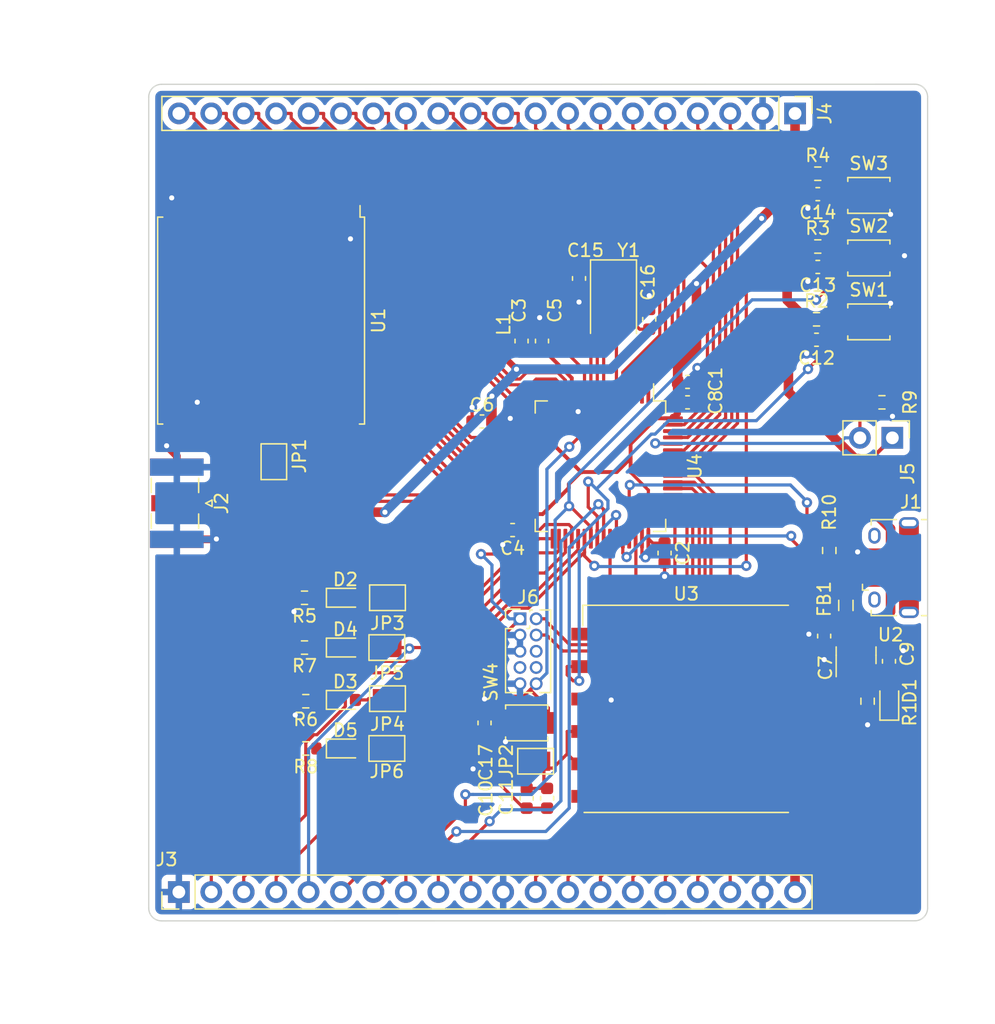
<source format=kicad_pcb>
(kicad_pcb (version 20211014) (generator pcbnew)
  (layers (0 "F.Cu" signal) (31 "B.Cu" signal) (34 "B.Paste" user) (35 "F.Paste" user) (36 "B.SilkS" user "B.Silkscreen") (37 "F.SilkS" user "F.Silkscreen") (38 "B.Mask" user) (39 "F.Mask" user) (44 "Edge.Cuts" user))
  (net 0 "")
  (net 1 "+3.3V")
  (net 2 "GND")
  (net 3 "+3.3VA")
  (net 4 "VCC")
  (net 5 "Net-(C10-Pad1)")
  (net 6 "PC9")
  (net 7 "PC8")
  (net 8 "PC7")
  (net 9 "/RCC_OSC_IN")
  (net 10 "/RCC_OSC_OUT")
  (net 11 "RESET")
  (net 12 "Net-(D1-Pad1)")
  (net 13 "Net-(D2-Pad1)")
  (net 14 "Net-(D2-Pad2)")
  (net 15 "Net-(D3-Pad1)")
  (net 16 "Net-(D3-Pad2)")
  (net 17 "Net-(D4-Pad1)")
  (net 18 "Net-(D4-Pad2)")
  (net 19 "Net-(D5-Pad1)")
  (net 20 "Net-(D5-Pad2)")
  (net 21 "+5V")
  (net 22 "USB_D-")
  (net 23 "USB_D+")
  (net 25 "unconnected-(J1-Pad6)")
  (net 26 "Net-(J2-Pad1)")
  (net 27 "PB12")
  (net 28 "PB13")
  (net 29 "PB14")
  (net 30 "PB15")
  (net 31 "PC6")
  (net 32 "PA8")
  (net 33 "PA9")
  (net 34 "PA10")
  (net 35 "PA15")
  (net 36 "PC10")
  (net 37 "PC11")
  (net 38 "PC12")
  (net 39 "PD2")
  (net 40 "PB3")
  (net 41 "PB4")
  (net 42 "PB5")
  (net 43 "PB7")
  (net 44 "PB8")
  (net 45 "PB9")
  (net 46 "VLCD")
  (net 47 "PC13")
  (net 48 "PC14")
  (net 49 "PC15")
  (net 50 "PC0")
  (net 51 "PC1")
  (net 52 "PC2")
  (net 53 "PC3")
  (net 54 "PA0")
  (net 55 "PA1")
  (net 56 "PA2")
  (net 57 "PA3")
  (net 58 "Net-(J5-Pad2)")
  (net 59 "SWDIO")
  (net 60 "SWCLK")
  (net 64 "Net-(JP1-Pad2)")
  (net 65 "SPI1_MISO")
  (net 66 "SPI1_MOSI")
  (net 67 "SPI1_SCK")
  (net 68 "RFM95_CS")
  (net 69 "RFM95_RESET")
  (net 70 "DIO5")
  (net 71 "DIO3")
  (net 72 "DIO4")
  (net 73 "DIO0")
  (net 74 "DIO1")
  (net 75 "DIO2")
  (net 76 "PB6")
  (footprint "Button_Switch_SMD:SW_SPST_B3U-1000P" (layer "F.Cu") (at 140.4 75)
    (fp_text reference "SW3")
    (fp_text value "SW_Push")
  )
  (footprint "Connector_PinHeader_2.54mm:PinHeader_1x20_P2.54mm_Vertical" (layer "F.Cu") (at 86.36 129.54 90)
    (fp_text reference "J3")
    (fp_text value "Male Pinheader 1x20")
  )
  (footprint "LED_SMD:LED_0603_1608Metric" (layer "F.Cu") (at 99.4 118.3)
    (fp_text reference "D5")
    (fp_text value "RED")
  )
  (footprint "Resistor_SMD:R_0603_1608Metric" (layer "F.Cu") (at 96.2 110.4 180)
    (fp_text reference "R7")
    (fp_text value "1k")
  )
  (footprint "Button_Switch_SMD:SW_SPST_B3U-1000P" (layer "F.Cu") (at 113.6 116.3 180)
    (fp_text reference "SW4")
    (fp_text value "SW_Push")
  )
  (footprint "Jumper:SolderJumper-2_P1.3mm_Open_Pad1.0x1.5mm" (layer "F.Cu") (at 114.3 119.3 180)
    (fp_text reference "JP2")
    (fp_text value "SolderJumper_2_Open")
  )
  (footprint "Inductor_SMD:L_0805_2012Metric" (layer "F.Cu") (at 138.6 107.1 -90)
    (fp_text reference "FB1")
    (fp_text value "100R")
  )
  (footprint "Resistor_SMD:R_0603_1608Metric" (layer "F.Cu") (at 136.4 73.3)
    (fp_text reference "R4")
    (fp_text value "10k")
  )
  (footprint "Capacitor_SMD:C_0603_1608Metric" (layer "F.Cu") (at 126.2 89.6)
    (fp_text reference "C1")
    (fp_text value "4u7")
  )
  (footprint "RF_Module:HOPERF_RFM9XW_SMD" (layer "F.Cu") (at 92.8 84.8 -90)
    (fp_text reference "U1")
    (fp_text value "RFM95W-868S2")
  )
  (footprint "Inductor_SMD:L_0402_1005Metric" (layer "F.Cu") (at 111.9 86.9 90)
    (fp_text reference "L1")
    (fp_text value "27n")
  )
  (footprint "Resistor_SMD:R_0603_1608Metric" (layer "F.Cu") (at 140.3 114.6 -90)
    (fp_text reference "R1")
    (fp_text value "1k5")
  )
  (footprint "Capacitor_SMD:C_0603_1608Metric" (layer "F.Cu") (at 123.2 84.7 90)
    (fp_text reference "C16")
    (fp_text value "30p")
  )
  (footprint "RF_GPS:Quectel_L80-R" (layer "F.Cu") (at 126.1 115.2)
    (fp_text reference "U3")
    (fp_text value "L80-R")
  )
  (footprint "LED_SMD:LED_0603_1608Metric" (layer "F.Cu") (at 142 114.6 90)
    (fp_text reference "D1")
    (fp_text value "GREEN")
  )
  (footprint "Capacitor_SMD:C_0603_1608Metric" (layer "F.Cu") (at 113.6 122.2 -90)
    (fp_text reference "C10")
    (fp_text value "1u")
  )
  (footprint "Resistor_SMD:R_0603_1608Metric" (layer "F.Cu") (at 96.3 114.6 180)
    (fp_text reference "R6")
    (fp_text value "1k")
  )
  (footprint "Package_TO_SOT_SMD:SOT-23" (layer "F.Cu") (at 139.4 111 90)
    (fp_text reference "U2")
    (fp_text value "XC6206P332MR")
  )
  (footprint "Capacitor_SMD:C_0603_1608Metric" (layer "F.Cu") (at 114.8 86.4 90)
    (fp_text reference "C5")
    (fp_text value "100n")
  )
  (footprint "LED_SMD:LED_0603_1608Metric" (layer "F.Cu") (at 99.4 114.5)
    (fp_text reference "D3")
    (fp_text value "GREEN")
  )
  (footprint "Capacitor_SMD:C_0603_1608Metric" (layer "F.Cu") (at 115.2 122.2 -90)
    (fp_text reference "C11")
    (fp_text value "100n")
  )
  (footprint "Capacitor_SMD:C_0603_1608Metric" (layer "F.Cu") (at 136.3 86.3 180)
    (fp_text reference "C12")
    (fp_text value "100n")
  )
  (footprint "Capacitor_SMD:C_0603_1608Metric" (layer "F.Cu") (at 112.5 101.2 180)
    (fp_text reference "C4")
    (fp_text value "100n")
  )
  (footprint "Connector_USB:USB_Micro-B_Amphenol_10118194_Horizontal" (layer "F.Cu") (at 142.24 104.14 90)
    (fp_text reference "J1")
    (fp_text value "USB_B_Micro")
  )
  (footprint "Jumper:SolderJumper-2_P1.3mm_Open_Pad1.0x1.5mm" (layer "F.Cu") (at 102.7 106.5 180)
    (fp_text reference "JP3")
    (fp_text value "SolderJumper_2_Open")
  )
  (footprint "Resistor_SMD:R_0603_1608Metric" (layer "F.Cu") (at 141.425 91.2)
    (fp_text reference "R9")
    (fp_text value "10k")
  )
  (footprint "LED_SMD:LED_0603_1608Metric" (layer "F.Cu") (at 99.4 110.4)
    (fp_text reference "D4")
    (fp_text value "BLUE")
  )
  (footprint "Capacitor_SMD:C_0603_1608Metric" (layer "F.Cu") (at 136.4 80.6 180)
    (fp_text reference "C13")
    (fp_text value "100n")
  )
  (footprint "Connector_PinHeader_2.54mm:PinHeader_1x02_P2.54mm_Vertical" (layer "F.Cu") (at 142.24 93.98 -90)
    (fp_text reference "J5")
    (fp_text value "Male Pinheader 1x2")
  )
  (footprint "Button_Switch_SMD:SW_SPST_B3U-1000P" (layer "F.Cu") (at 140.4 79.9)
    (fp_text reference "SW2")
    (fp_text value "SW_Push")
  )
  (footprint "Resistor_SMD:R_0603_1608Metric" (layer "F.Cu") (at 136.3 84.7)
    (fp_text reference "R2")
    (fp_text value "10k")
  )
  (footprint "Capacitor_SMD:C_0603_1608Metric" (layer "F.Cu") (at 136.9 109.5 -90)
    (fp_text reference "C7")
    (fp_text value "1u")
  )
  (footprint "Jumper:SolderJumper-2_P1.3mm_Open_Pad1.0x1.5mm" (layer "F.Cu") (at 102.65 110.4 180)
    (fp_text reference "JP5")
    (fp_text value "SolderJumper_2_Open")
  )
  (footprint "Connector_Coaxial:SMA_Samtec_SMA-J-P-X-ST-EM1_EdgeMount" (layer "F.Cu") (at 86.2 99.1 -90)
    (fp_text reference "J2")
    (fp_text value "Conn_Coaxial")
  )
  (footprint "Capacitor_SMD:C_0603_1608Metric" (layer "F.Cu") (at 110.1 92.7 180)
    (fp_text reference "C6")
    (fp_text value "100n")
  )
  (footprint "Capacitor_SMD:C_0603_1608Metric" (layer "F.Cu") (at 126.2 91.2)
    (fp_text reference "C8")
    (fp_text value "100n")
  )
  (footprint "LED_SMD:LED_0603_1608Metric" (layer "F.Cu") (at 99.4 106.5)
    (fp_text reference "D2")
    (fp_text value "GREEN")
  )
  (footprint "Jumper:SolderJumper-2_P1.3mm_Open_Pad1.0x1.5mm" (layer "F.Cu") (at 102.65 118.3 180)
    (fp_text reference "JP6")
    (fp_text value "SolderJumper_2_Open")
  )
  (footprint "Capacitor_SMD:C_0603_1608Metric" (layer "F.Cu") (at 110.3 116.3 90)
    (fp_text reference "C17")
    (fp_text value "100n")
  )
  (footprint "Connector_PinHeader_2.54mm:PinHeader_1x20_P2.54mm_Vertical" (layer "F.Cu") (at 134.62 68.58 -90)
    (fp_text reference "J4")
    (fp_text value "Male Pinheader 1x20")
  )
  (footprint "Resistor_SMD:R_0603_1608Metric" (layer "F.Cu") (at 136.4 79)
    (fp_text reference "R3")
    (fp_text value "10k")
  )
  (footprint "Capacitor_SMD:C_0603_1608Metric" (layer "F.Cu") (at 136.4 74.9 180)
    (fp_text reference "C14")
    (fp_text value "100n")
  )
  (footprint "Resistor_SMD:R_0603_1608Metric" (layer "F.Cu") (at 137.3 102.8 -90)
    (fp_text reference "R10")
    (fp_text value "1k5")
  )
  (footprint "Resistor_SMD:R_0603_1608Metric" (layer "F.Cu") (at 96.3 118.3 180)
    (fp_text reference "R8")
    (fp_text value "1k")
  )
  (footprint "Capacitor_SMD:C_0603_1608Metric" (layer "F.Cu") (at 113.2 86.4 90)
    (fp_text reference "C3")
    (fp_text value "1u")
  )
  (footprint "Button_Switch_SMD:SW_SPST_B3U-1000P" (layer "F.Cu") (at 140.4 84.9)
    (fp_text reference "SW1")
    (fp_text value "SW_Push")
  )
  (footprint "Package_QFP:LQFP-64_10x10mm_P0.5mm" (layer "F.Cu") (at 119.38 96.2 -90)
    (fp_text reference "U4")
    (fp_text value "STM32L053R8Tx")
  )
  (footprint "Capacitor_SMD:C_0603_1608Metric" (layer "F.Cu") (at 124.4 103 -90)
    (fp_text reference "C2")
    (fp_text value "100n")
  )
  (footprint "Jumper:SolderJumper-2_P1.3mm_Open_Pad1.0x1.5mm" (layer "F.Cu") (at 102.7 114.4 180)
    (fp_text reference "JP4")
    (fp_text value "SolderJumper_2_Open")
  )
  (footprint "Resistor_SMD:R_0603_1608Metric" (layer "F.Cu") (at 96.2 106.5 180)
    (fp_text reference "R5")
    (fp_text value "1k")
  )
  (footprint "Connector_PinHeader_1.27mm:PinHeader_2x05_P1.27mm_Vertical" (layer "F.Cu") (at 113.075 108.15)
    (fp_text reference "J6")
    (fp_text value "ARM 10pin")
  )
  (footprint "Crystal:Crystal_SMD_5032-2Pin_5.0x3.2mm" (layer "F.Cu") (at 120.4 83.1 -90)
    (fp_text reference "Y1")
    (fp_text value "8MHz")
  )
  (footprint "Jumper:SolderJumper-2_P1.3mm_Open_Pad1.0x1.5mm" (layer "F.Cu") (at 93.8 95.85 90)
    (fp_text reference "JP1")
    (fp_text value "SolderJumper_2_Open")
  )
  (footprint "Capacitor_SMD:C_0603_1608Metric" (layer "F.Cu") (at 117.7 81.5 -90)
    (fp_text reference "C15")
    (fp_text value "30p")
  )
  (footprint "Capacitor_SMD:C_0603_1608Metric" (layer "F.Cu") (at 141.975 111.475 90)
    (fp_text reference "C9")
    (fp_text value "1u")
  )
  (gr_line (start 85.007107 131.8) (end 144 131.792893) (layer "Edge.Cuts") (width 0.1))
  (gr_arc (start 85.007107 131.8) (mid 84.297483 131.507535) (end 84 130.8) (layer "Edge.Cuts") (width 0.1))
  (gr_arc (start 144 66.292893) (mid 144.707107 66.585786) (end 145 67.292893) (layer "Edge.Cuts") (width 0.1))
  (gr_line (start 145 130.792893) (end 145 67.292893) (layer "Edge.Cuts") (width 0.1))
  (gr_line (start 84 67.3) (end 84 130.8) (layer "Edge.Cuts") (width 0.1))
  (gr_arc (start 84 67.3) (mid 84.297483 66.592465) (end 85.007107 66.3) (layer "Edge.Cuts") (width 0.1))
  (gr_line (start 144 66.292893) (end 85.007107 66.3) (layer "Edge.Cuts") (width 0.1))
  (gr_arc (start 145 130.792893) (mid 144.707107 131.5) (end 144 131.792893) (layer "Edge.Cuts") (width 0.1))
  (segment (start 111.9 87.706) (end 112.8014 88.6074) (width 0.5) (layer "F.Cu") (net 1))
  (segment (start 136.6 78) (end 137.1 77.5) (width 0.75) (layer "F.Cu") (net 1))
  (segment (start 134.1 90.4) (end 134.1 86.075) (width 0.75) (layer "F.Cu") (net 1))
  (segment (start 125.425 89.6) (end 125.425 88.475) (width 0.75) (layer "F.Cu") (net 1))
  (segment (start 120.6579 96.6579) (end 117.9177 96.6579) (width 0.3) (layer "F.Cu") (net 1))
  (segment (start 121.7381 95.6381) (end 121.7381 95.9619) (width 0.3) (layer "F.Cu") (net 1))
  (segment (start 125.055 92.45) (end 123.75 92.45) (width 0.3) (layer "F.Cu") (net 1))
  (segment (start 140.1795 99.6852) (end 140.1795 99.6795) (width 0.75) (layer "F.Cu") (net 1))
  (segment (start 113.275 101.8834) (end 112.0814 103.077) (width 0.25) (layer "F.Cu") (net 1))
  (segment (start 139.9 73.75) (end 138.35 72.2) (width 0.75) (layer "F.Cu") (net 1))
  (segment (start 140.1795 99.6795) (end 139.5898 99.0898) (width 0.75) (layer "F.Cu") (net 1))
  (segment (start 109.4779 117.5135) (end 111.2644 119.3) (width 0.25) (layer "F.Cu") (net 1))
  (segment (start 136.704745 93) (end 136.7 93) (width 0.75) (layer "F.Cu") (net 1))
  (segment (start 142.1 101.1) (end 140.6852 99.6852) (width 0.75) (layer "F.Cu") (net 1))
  (segment (start 136.575 78) (end 136.6 78) (width 0.75) (layer "F.Cu") (net 1))
  (segment (start 139.5898 95.6052) (end 139.309945 95.6052) (width 0.75) (layer "F.Cu") (net 1))
  (segment (start 113.275 101.2) (end 113.275 101.8834) (width 0.25) (layer "F.Cu") (net 1))
  (segment (start 125.425 91.2) (end 125.425 92.08) (width 0.5) (layer "F.Cu") (net 1))
  (segment (start 123.75 92.45) (end 121.7381 94.4619) (width 0.3) (layer "F.Cu") (net 1))
  (segment (start 140.6625 112.25) (end 140.35 111.9375) (width 0.75) (layer "F.Cu") (net 1))
  (segment (start 135.575 79) (end 136.575 78) (width 0.75) (layer "F.Cu") (net 1))
  (segment (start 113.705 99.95) (end 114.85 99.95) (width 0.3) (layer "F.Cu") (net 1))
  (segment (start 121.7381 94.4619) (end 121.7381 95.6381) (width 0.3) (layer "F.Cu") (net 1))
  (segment (start 138.35 72.2) (end 136.675 72.2) (width 0.75) (layer "F.Cu") (net 1))
  (segment (start 111.9 87.385) (end 111.9 87.706) (width 0.5) (layer "F.Cu") (net 1))
  (segment (start 117.9177 96.6579) (end 117.8931 96.6825) (width 0.3) (layer "F.Cu") (net 1))
  (segment (start 137.3 101.975) (end 139.5898 99.6852) (width 0.3) (layer "F.Cu") (net 1))
  (segment (start 124.4 102.225) (end 123.48 102.225) (width 0.25) (layer "F.Cu") (net 1))
  (segment (start 142 113.8125) (end 142 112.275) (width 0.75) (layer "F.Cu") (net 1))
  (segment (start 140.35 112.153984) (end 140.35 111.9375) (width 0.75) (layer "F.Cu") (net 1))
  (segment (start 134 80.575) (end 135.575 79) (width 0.75) (layer "F.Cu") (net 1))
  (segment (start 116.9 97.6) (end 117.8175 96.6825) (width 0.3) (layer "F.Cu") (net 1))
  (segment (start 139.5898 99.0898) (end 139.5898 95.6052) (width 0.75) (layer "F.Cu") (net 1))
  (segment (start 135.575 73.3) (end 135.5 73.3) (width 0.75) (layer "F.Cu") (net 1))
  (segment (start 132.15 76.65) (end 132 76.8) (width 0.25) (layer "F.Cu") (net 1))
  (segment (start 142.1 107.584) (end 142.1 101.1) (width 0.75) (layer "F.Cu") (net 1))
  (segment (start 139.309945 95.6052) (end 136.704745 93) (width 0.75) (layer "F.Cu") (net 1))
  (segment (start 114.85 99.95) (end 116.9 97.9) (width 0.3) (layer "F.Cu") (net 1))
  (segment (start 121.6777 95.6381) (end 121.7381 95.6381) (width 0.3) (layer "F.Cu") (net 1))
  (segment (start 111.2644 119.3) (end 113.65 119.3) (width 0.25) (layer "F.Cu") (net 1))
  (segment (start 110.875 92.7) (end 111.625 93.45) (width 0.3) (layer "F.Cu") (net 1))
  (segment (start 110.8804 92.6946) (end 110.875 92.7) (width 0.75) (layer "F.Cu") (net 1))
  (segment (start 134.62 68.58) (end 134.62 72.345) (width 0.75) (layer "F.Cu") (net 1))
  (segment (start 141.975 112.25) (end 140.6625 112.25) (width 0.75) (layer "F.Cu") (net 1))
  (segment (start 109.4779 111.7471) (end 109.4779 117.5135) (width 0.25) (layer "F.Cu") (net 1))
  (segment (start 116.9 97.9) (end 116.9 97.6) (width 0.3) (layer "F.Cu") (net 1))
  (segment (start 139.5898 95.6052) (end 140.6148 95.6052) (width 0.3) (layer "F.Cu") (net 1))
  (segment (start 123.48 102.225) (end 123.13 101.875) (width 0.25) (layer "F.Cu") (net 1))
  (segment (start 113.705 93.45) (end 114.65 93.45) (width 0.3) (layer "F.Cu") (net 1))
  (segment (start 140.35 111.9375) (end 140.35 109.334) (width 0.75) (layer "F.Cu") (net 1))
  (segment (start 113.705 99.95) (end 113.705 100.77) (width 0.3) (layer "F.Cu") (net 1))
  (segment (start 126.9 87) (end 126.9 81.9) (width 0.75) (layer "F.Cu") (net 1))
  (segment (start 138.65 77.5) (end 139.9 76.25) (width 0.75) (layer "F.Cu") (net 1))
  (segment (start 112.0814 103.077) (end 110.023 103.077) (width 0.25) (layer "F.Cu") (net 1))
  (segment (start 125.425 88.475) (end 126.9 87) (width 0.75) (layer "F.Cu") (net 1))
  (segment (start 141.842 107.842) (end 142.1 107.584) (width 0.75) (layer "F.Cu") (net 1))
  (segment (start 97.1 99.8) (end 102.5 99.8) (width 0.75) (layer "F.Cu") (net 1))
  (segment (start 133.85 114.43) (end 138.073984 114.43) (width 0.75) (layer "F.Cu") (net 1))
  (segment (start 125.155 92.35) (end 125.055 92.35) (width 0.5) (layer "F.Cu") (net 1))
  (segment (start 117.8825 96.6825) (end 117.8931 96.6825) (width 0.3) (layer "F.Cu") (net 1))
  (segment (start 123.13 101.875) (end 123.13 98.0744) (width 0.25) (layer "F.Cu") (net 1))
  (segment (start 137.1 77.5) (end 138.65 77.5) (width 0.75) (layer "F.Cu") (net 1))
  (segment (start 111.625 93.45) (end 113.705 93.45) (width 0.3) (layer "F.Cu") (net 1))
  (segment (start 138.073984 114.43) (end 140.35 112.153984) (width 0.75) (layer "F.Cu") (net 1))
  (segment (start 134.62 72.345) (end 135.575 73.3) (width 0.75) (layer "F.Cu") (net 1))
  (segment (start 140.6148 95.6052) (end 142.24 93.98) (width 0.3) (layer "F.Cu") (net 1))
  (segment (start 114.65 93.45) (end 117.8825 96.6825) (width 0.3) (layer "F.Cu") (net 1))
  (segment (start 142 112.275) (end 141.975 112.25) (width 0.75) (layer "F.Cu") (net 1))
  (segment (start 93.8 96.5) (end 97.1 99.8) (width 0.75) (layer "F.Cu") (net 1))
  (segment (start 125.425 92.08) (end 125.155 92.35) (width 0.5) (layer "F.Cu") (net 1))
  (segment (start 136.675 72.2) (end 135.575 73.3) (width 0.75) (layer "F.Cu") (net 1))
  (segment (start 110.8804 90.7131) (end 110.8804 92.6946) (width 0.75) (layer "F.Cu") (net 1))
  (segment (start 123.13 98.0744) (end 121.7381 96.6825) (width 0.25) (layer "F.Cu") (net 1))
  (segment (start 134.1 86.075) (end 135.475 84.7) (width 0.75) (layer "F.Cu") (net 1))
  (segment (start 125.425 89.6) (end 125.425 91.2) (width 0.75) (layer "F.Cu") (net 1))
  (segment (start 140.35 109.334) (end 141.842 107.842) (width 0.75) (layer "F.Cu") (net 1))
  (segment (start 141.842 107.9429) (end 141.842 107.842) (width 0.25) (layer "F.Cu") (net 1))
  (segment (start 140.6852 99.6852) (end 140.1795 99.6852) (width 0.75) (layer "F.Cu") (net 1))
  (segment (start 135.5 73.3) (end 132 76.8) (width 0.75) (layer "F.Cu") (net 1))
  (segment (start 136.7 93) (end 134.1 90.4) (width 0.75) (layer "F.Cu") (net 1))
  (segment (start 139.9 76.25) (end 139.9 73.75) (width 0.75) (layer "F.Cu") (net 1))
  (segment (start 120.6579 96.6579) (end 121.6777 95.6381) (width 0.3) (layer "F.Cu") (net 1))
  (segment (start 135.475 84.7) (end 135.475 84.675) (width 0.75) (layer "F.Cu") (net 1))
  (segment (start 117.8175 96.6825) (end 117.8825 96.6825) (width 0.3) (layer "F.Cu") (net 1))
  (segment (start 135.475 84.675) (end 134 83.2) (width 0.75) (layer "F.Cu") (net 1))
  (segment (start 121.7381 95.9619) (end 121.7381 96.6825) (width 0.3) (layer "F.Cu") (net 1))
  (segment (start 113.075 108.15) (end 109.4779 111.7471) (width 0.25) (layer "F.Cu") (net 1))
  (segment (start 139.5898 99.6852) (end 139.5898 99.0898) (width 0.3) (layer "F.Cu") (net 1))
  (segment (start 113.705 100.77) (end 113.275 101.2) (width 0.3) (layer "F.Cu") (net 1))
  (segment (start 134 83.2) (end 134 80.575) (width 0.75) (layer "F.Cu") (net 1))
  (via (at 110.023 103.077) (size 0.8) (drill 0.4) (layers "F.Cu" "B.Cu") (net 1))
  (via (at 110.8804 90.7131) (size 0.8) (drill 0.4) (layers "F.Cu" "B.Cu") (net 1))
  (via (at 102.5 99.8) (size 0.8) (drill 0.4) (layers "F.Cu" "B.Cu") (net 1))
  (via (at 126.9 81.9) (size 0.8) (drill 0.4) (layers "F.Cu" "B.Cu") (net 1))
  (via (at 132 76.8) (size 0.8) (drill 0.4) (layers "F.Cu" "B.Cu") (net 1))
  (via (at 112.8014 88.6074) (size 0.8) (drill 0.4) (layers "F.Cu" "B.Cu") (net 1))
  (segment (start 110.8804 90.5284) (end 110.8804 90.7131) (width 0.25) (layer "B.Cu") (net 1))
  (segment (start 112.8088 88.6) (end 112.8014 88.6074) (width 0.75) (layer "B.Cu") (net 1))
  (segment (start 132 76.8) (end 126.9 81.9) (width 0.75) (layer "B.Cu") (net 1))
  (segment (start 110.8804 90.7131) (end 110.8804 91.411459) (width 0.75) (layer "B.Cu") (net 1))
  (segment (start 110.8804 91.411459) (end 102.5 99.791859) (width 0.75) (layer "B.Cu") (net 1))
  (segment (start 110.8804 106.7807) (end 112.2497 108.15) (width 0.25) (layer "B.Cu") (net 1))
  (segment (start 110.023 103.077) (end 110.8804 103.9344) (width 0.25) (layer "B.Cu") (net 1))
  (segment (start 113.075 108.15) (end 112.2497 108.15) (width 0.25) (layer "B.Cu") (net 1))
  (segment (start 112.8014 88.7921) (end 110.8804 90.7131) (width 0.75) (layer "B.Cu") (net 1))
  (segment (start 102.5 99.791859) (end 102.5 99.8) (width 0.75) (layer "B.Cu") (net 1))
  (segment (start 120.2 88.6) (end 112.8088 88.6) (width 0.75) (layer "B.Cu") (net 1))
  (segment (start 112.8014 88.6074) (end 112.8014 88.7921) (width 0.75) (layer "B.Cu") (net 1))
  (segment (start 126.9 81.9) (end 120.2 88.6) (width 0.75) (layer "B.Cu") (net 1))
  (segment (start 110.8804 103.9344) (end 110.8804 106.7807) (width 0.25) (layer "B.Cu") (net 1))
  (segment (start 110.3 114.4232) (end 110.3 115.525) (width 0.25) (layer "F.Cu") (net 2))
  (segment (start 111.9 116.3) (end 111.9 117.4753) (width 0.25) (layer "F.Cu") (net 2))
  (segment (start 142.1 79.9) (end 142.8753 79.9) (width 0.25) (layer "F.Cu") (net 2))
  (segment (start 140.84 102.84) (end 139.8397 102.84) (width 0.25) (layer "F.Cu") (net 2))
  (segment (start 123.2 83.925) (end 123.2 82.8504) (width 0.25) (layer "F.Cu") (net 2))
  (segment (start 125.9388 92.95) (end 125.055 92.95) (width 0.25) (layer "F.Cu") (net 2))
  (segment (start 89.275 101.925) (end 89.3 101.9) (width 0.6) (layer "F.Cu") (net 2))
  (segment (start 118.35 114.43) (end 119.9253 114.43) (width 0.25) (layer "F.Cu") (net 2))
  (segment (start 143.0879 110.6414) (end 142.0336 110.6414) (width 0.25) (layer "F.Cu") (net 2))
  (segment (start 143.0555 79.7198) (end 142.8753 79.9) (width 0.25) (layer "F.Cu") (net 2))
  (segment (start 137.8548 111.3423) (end 138.45 111.9375) (width 0.25) (layer "F.Cu") (net 2))
  (segment (start 115.2 122.975) (end 113.6 122.975) (width 0.25) (layer "F.Cu") (net 2))
  (segment (start 139.5192 102.911) (end 139.7687 102.911) (width 0.25) (layer "F.Cu") (net 2))
  (segment (start 112.8059 92.95) (end 113.705 92.95) (width 0.25) (layer "F.Cu") (net 2))
  (segment (start 135.625 81.7267) (end 135.625 80.6) (width 0.25) (layer "F.Cu") (net 2))
  (segment (start 142.0336 110.6414) (end 141.975 110.7) (width 0.25) (layer "F.Cu") (net 2))
  (segment (start 114.8 85.625) (end 114.8 84.7554) (width 0.25) (layer "F.Cu") (net 2))
  (segment (start 99.8 78.4006) (end 99.8 76.8) (width 0.25) (layer "F.Cu") (net 2))
  (segment (start 126.975 91.9138) (end 125.9388 92.95) (width 0.25) (layer "F.Cu") (net 2))
  (segment (start 117.63 91.9238) (end 117.63 90.525) (width 0.25) (layer "F.Cu") (net 2))
  (segment (start 111.725 102.3437) (end 111.725 101.2) (width 0.25) (layer "F.Cu") (net 2))
  (segment (start 136.9 110.275) (end 136.9 111.3423) (width 0.25) (layer "F.Cu") (net 2))
  (segment (start 114.8 85.625) (end 113.2 85.625) (width 0.25) (layer "F.Cu") (net 2))
  (segment (start 126.975 91.2) (end 126.975 91.9138) (width 0.25) (layer "F.Cu") (net 2))
  (segment (start 117.7 82.275) (end 117.7 83.3489) (width 0.25) (layer "F.Cu") (net 2))
  (segment (start 112.3151 92.4592) (end 112.8059 92.95) (width 0.25) (layer "F.Cu") (net 2))
  (segment (start 112.1 121.7) (end 110.3 119.9) (width 0.25) (layer "F.Cu") (net 2))
  (segment (start 120.2193 114.5066) (end 120.0019 114.5066) (width 0.25) (layer "F.Cu") (net 2))
  (segment (start 86.2 96.275) (end 86.2 95.4) (width 0.6) (layer "F.Cu") (net 2))
  (segment (start 111.725 101.2) (end 111.725 100.5883) (width 0.25) (layer "F.Cu") (net 2))
  (segment (start 85.8 75.1918) (end 85.8 76.8) (width 0.25) (layer "F.Cu") (net 2))
  (segment (start 95.475 114.6) (end 95.475 115.682) (width 0.25) (layer "F.Cu") (net 2))
  (segment (start 142.1 76.4814) (end 142.1 75) (width 0.25) (layer "F.Cu") (net 2))
  (segment (start 109.325 91.588) (end 109.325 92.7) (width 0.25) (layer "F.Cu") (net 2))
  (segment (start 110.3 119.9) (end 109.4 119.9) (width 0.25) (layer "F.Cu") (net 2))
  (segment (start 112.8633 99.45) (end 113.705 99.45) (width 0.25) (layer "F.Cu") (net 2))
  (segment (start 135.625 76.0071) (end 135.625 74.9) (width 0.25) (layer "F.Cu") (net 2))
  (segment (start 140.3 116.4468) (end 140.3 115.425) (width 0.25) (layer "F.Cu") (net 2))
  (segment (start 122.63 103.0621) (end 122.63 101.875) (width 0.25) (layer "F.Cu") (net 2))
  (segment (start 111.725 100.5883) (end 112.8633 99.45) (width 0.25) (layer "F.Cu") (net 2))
  (segment (start 139.7687 102.911) (end 139.8397 102.84) (width 0.25) (layer "F.Cu") (net 2))
  (segment (start 86.2 101.925) (end 89.275 101.925) (width 0.6) (layer "F.Cu") (net 2))
  (segment (start 124.4 104.8291) (end 124.4 103.775) (width 0.25) (layer "F.Cu") (net 2))
  (segment (start 95.475 115.682) (end 95.475 118.3) (width 0.25) (layer "F.Cu") (net 2))
  (segment (start 135.7023 109.35) (end 133.85 109.35) (width 0.25) (layer "F.Cu") (net 2))
  (segment (start 120.0019 114.5066) (end 119.9253 114.43) (width 0.25) (layer "F.Cu") (net 2))
  (segment (start 135.525 86.3) (end 135.525 87.3771) (width 0.25) (layer "F.Cu") (net 2))
  (segment (start 111.9408 117.5161) (end 111.9 117.4753) (width 0.25) (layer "F.Cu") (net 2))
  (segment (start 95.375 106.5) (end 95.375 107.5862) (width 0.25) (layer "F.Cu") (net 2))
  (segment (start 114.8 84.7554) (end 114.6154 84.5708) (width 0.25) (layer "F.Cu") (net 2))
  (segment (start 113.375 122.975) (end 112.1 121.7) (width 0.25) (layer "F.Cu") (net 2))
  (segment (start 142.25 91.2) (end 142.25 92.2965) (width 0.25) (layer "F.Cu") (net 2))
  (segment (start 136.9 111.3423) (end 137.8548 111.3423) (width 0.25) (layer "F.Cu") (net 2))
  (segment (start 111.9408 117.7702) (end 111.9408 117.5161) (width 0.25) (layer "F.Cu") (net 2))
  (segment (start 113.6 122.975) (end 113.375 122.975) (width 0.25) (layer "F.Cu") (net 2))
  (segment (start 87.8 91.1914) (end 87.8 92.8) (width 0.25) (layer "F.Cu") (net 2))
  (segment (start 122.9017 103.3338) (end 122.63 103.0621) (width 0.25) (layer "F.Cu") (net 2))
  (segment (start 142.1 83.4431) (end 142.1 84.9) (width 0.25) (layer "F.Cu") (net 2))
  (segment (start 143.1895 79.7198) (end 143.0555 79.7198) (width 0.25) (layer "F.Cu") (net 2))
  (segment (start 86.2 95.4) (end 85.4 94.6) (width 0.6) (layer "F.Cu") (net 2))
  (segment (start 126.975 89.6) (end 126.975 91.2) (width 0.25) (layer "F.Cu") (net 2))
  (segment (start 126.975 88.5129) (end 126.975 89.6) (width 0.25) (layer "F.Cu") (net 2))
  (segment (start 95.375 107.5862) (end 95.375 110.4) (width 0.25) (layer "F.Cu") (net 2))
  (via (at 135.625 81.7267) (size 0.8) (drill 0.4) (layers "F.Cu" "B.Cu") (net 2))
  (via (at 112.3151 92.4592) (size 0.8) (drill 0.4) (layers "F.Cu" "B.Cu") (net 2))
  (via (at 123.2 82.8504) (size 0.8) (drill 0.4) (layers "F.Cu" "B.Cu") (net 2))
  (via (at 87.8 91.1914) (size 0.8) (drill 0.4) (layers "F.Cu" "B.Cu") (net 2))
  (via (at 117.63 91.9238) (size 0.8) (drill 0.4) (layers "F.Cu" "B.Cu") (net 2))
  (via (at 114.6154 84.5708) (size 0.8) (drill 0.4) (layers "F.Cu" "B.Cu") (net 2))
  (via (at 110.3 114.4232) (size 0.8) (drill 0.4) (layers "F.Cu" "B.Cu") (net 2))
  (via (at 85.4 94.6) (size 0.8) (drill 0.4) (layers "F.Cu" "B.Cu") (net 2))
  (via (at 140.3 116.4468) (size 0.8) (drill 0.4) (layers "F.Cu" "B.Cu") (net 2))
  (via (at 95.475 115.682) (size 0.8) (drill 0.4) (layers "F.Cu" "B.Cu") (net 2))
  (via (at 111.725 102.3437) (size 0.8) (drill 0.4) (layers "F.Cu" "B.Cu") (net 2))
  (via (at 109.325 91.588) (size 0.8) (drill 0.4) (layers "F.Cu" "B.Cu") (net 2))
  (via (at 142.1 76.4814) (size 0.8) (drill 0.4) (layers "F.Cu" "B.Cu") (net 2))
  (via (at 135.7023 109.35) (size 0.8) (drill 0.4) (layers "F.Cu" "B.Cu") (net 2))
  (via (at 85.8 75.1918) (size 0.8) (drill 0.4) (layers "F.Cu" "B.Cu") (net 2))
  (via (at 95.375 107.5862) (size 0.8) (drill 0.4) (layers "F.Cu" "B.Cu") (net 2))
  (via (at 111.9408 117.7702) (size 0.8) (drill 0.4) (layers "F.Cu" "B.Cu") (net 2))
  (via (at 142.25 92.2965) (size 0.8) (drill 0.4) (layers "F.Cu" "B.Cu") (net 2))
  (via (at 117.7 83.3489) (size 0.8) (drill 0.4) (layers "F.Cu" "B.Cu") (net 2))
  (via (at 142.1 83.4431) (size 0.8) (drill 0.4) (layers "F.Cu" "B.Cu") (net 2))
  (via (at 99.8 78.4006) (size 0.8) (drill 0.4) (layers "F.Cu" "B.Cu") (net 2))
  (via (at 143.1895 79.7198) (size 0.8) (drill 0.4) (layers "F.Cu" "B.Cu") (net 2))
  (via (at 120.2193 114.5066) (size 0.8) (drill 0.4) (layers "F.Cu" "B.Cu") (net 2))
  (via (at 124.4 104.8291) (size 0.8) (drill 0.4) (layers "F.Cu" "B.Cu") (net 2))
  (via (at 139.5192 102.911) (size 0.8) (drill 0.4) (layers "F.Cu" "B.Cu") (net 2))
  (via (at 136.9 111.3423) (size 0.8) (drill 0.4) (layers "F.Cu" "B.Cu") (net 2))
  (via (at 122.9017 103.3338) (size 0.8) (drill 0.4) (layers "F.Cu" "B.Cu") (net 2))
  (via (at 89.3 101.9) (size 0.8) (drill 0.4) (layers "F.Cu" "B.Cu") (net 2))
  (via (at 135.525 87.3771) (size 0.8) (drill 0.4) (layers "F.Cu" "B.Cu") (net 2))
  (via (at 135.625 76.0071) (size 0.8) (drill 0.4) (layers "F.Cu" "B.Cu") (net 2))
  (via (at 126.975 88.5129) (size 0.8) (drill 0.4) (layers "F.Cu" "B.Cu") (net 2))
  (via (at 109.4 119.9) (size 0.8) (drill 0.4) (layers "F.Cu" "B.Cu") (net 2))
  (via (at 143.0879 110.6414) (size 0.8) (drill 0.4) (layers "F.Cu" "B.Cu") (net 2))
  (segment (start 115.012752 87.175) (end 117.13 89.292248) (width 0.3) (layer "F.Cu") (net 3))
  (segment (start 114.8 87.175) (end 115.012752 87.175) (width 0.3) (layer "F.Cu") (net 3))
  (segment (start 111.9 86.415) (end 112.44 86.415) (width 0.5) (layer "F.Cu") (net 3))
  (segment (start 117.13 89.292248) (end 117.13 90.525) (width 0.3) (layer "F.Cu") (net 3))
  (segment (start 115.0256 87.175) (end 114.8 87.175) (width 0.25) (layer "F.Cu") (net 3))
  (segment (start 112.44 86.415) (end 113.2 87.175) (width 0.5) (layer "F.Cu") (net 3))
  (segment (start 113.2 87.175) (end 114.8 87.175) (width 0.5) (layer "F.Cu") (net 3))
  (segment (start 138.0375 108.725) (end 138.6 108.1625) (width 0.25) (layer "F.Cu") (net 4))
  (segment (start 134.62 126.82) (end 130.8 123) (width 0.75) (layer "F.Cu") (net 4))
  (segment (start 134.62 129.54) (end 134.62 126.82) (width 0.75) (layer "F.Cu") (net 4))
  (segment (start 131.6 107.9) (end 136.075 107.9) (width 0.75) (layer "F.Cu") (net 4))
  (segment (start 130.8 108.7) (end 131.6 107.9) (width 0.75) (layer "F.Cu") (net 4))
  (segment (start 130.8 123) (end 130.8 108.7) (width 0.75) (layer "F.Cu") (net 4))
  (segment (start 136.075 107.9) (end 136.9 108.725) (width 0.75) (layer "F.Cu") (net 4))
  (segment (start 139.4 108.9625) (end 139.4 110.0625) (width 0.25) (layer "F.Cu") (net 4))
  (segment (start 136.9 108.725) (end 138.0375 108.725) (width 0.25) (layer "F.Cu") (net 4))
  (segment (start 138.6 108.1625) (end 139.4 108.9625) (width 0.25) (layer "F.Cu") (net 4))
  (segment (start 114.95 121.425) (end 113.6 121.425) (width 0.25) (layer "F.Cu") (net 5))
  (segment (start 114.95 119.3) (end 114.95 119.8376) (width 0.25) (layer "F.Cu") (net 5))
  (segment (start 114.95 119.8376) (end 115.6594 119.8376) (width 0.25) (layer "F.Cu") (net 5))
  (segment (start 116.7747 118.7223) (end 116.7747 116.97) (width 0.25) (layer "F.Cu") (net 5))
  (segment (start 117.5624 119.51) (end 116.7747 118.7223) (width 0.25) (layer "F.Cu") (net 5))
  (segment (start 114.95 119.8376) (end 114.95 120.3753) (width 0.25) (layer "F.Cu") (net 5))
  (segment (start 114.95 121.425) (end 115.2 121.425) (width 0.25) (layer "F.Cu") (net 5))
  (segment (start 118.35 119.51) (end 117.5624 119.51) (width 0.25) (layer "F.Cu") (net 5))
  (segment (start 114.95 121.425) (end 114.95 120.3753) (width 0.25) (layer "F.Cu") (net 5))
  (segment (start 115.6594 119.8376) (end 116.7747 118.7223) (width 0.25) (layer "F.Cu") (net 5))
  (segment (start 118.35 116.97) (end 116.7747 116.97) (width 0.25) (layer "F.Cu") (net 5))
  (segment (start 137.075 87.1472) (end 137.075 86.3) (width 0.25) (layer "F.Cu") (net 6))
  (segment (start 137.125 84.9) (end 137.125 84.7) (width 0.25) (layer "F.Cu") (net 6))
  (segment (start 119.13 100.1117) (end 119.13 101.875) (width 0.25) (layer "F.Cu") (net 6))
  (segment (start 106.68 126.22) (end 108.1 124.8) (width 0.25) (layer "F.Cu") (net 6))
  (segment (start 118.4216 99.4033) (end 119.13 100.1117) (width 0.25) (layer "F.Cu") (net 6))
  (segment (start 106.68 129.54) (end 106.68 126.22) (width 0.25) (layer "F.Cu") (net 6))
  (segment (start 138.7 84.9) (end 137.9247 84.9) (width 0.25) (layer "F.Cu") (net 6))
  (segment (start 137.125 84.9) (end 137.9247 84.9) (width 0.25) (layer "F.Cu") (net 6))
  (segment (start 118.4216 97.4079) (end 118.4216 99.4033) (width 0.25) (layer "F.Cu") (net 6))
  (segment (start 137.125 84.9) (end 137.125 86.25) (width 0.25) (layer "F.Cu") (net 6))
  (segment (start 135.6338 88.5884) (end 137.075 87.1472) (width 0.25) (layer "F.Cu") (net 6))
  (segment (start 137.125 86.25) (end 137.075 86.3) (width 0.25) (layer "F.Cu") (net 6))
  (via (at 108.1 124.8) (size 0.8) (drill 0.4) (layers "F.Cu" "B.Cu") (net 6))
  (via (at 118.4216 97.4079) (size 0.8) (drill 0.4) (layers "F.Cu" "B.Cu") (net 6))
  (via (at 135.6338 88.5884) (size 0.8) (drill 0.4) (layers "F.Cu" "B.Cu") (net 6))
  (segment (start 123.6571 93.6875) (end 123.3625 93.6875) (width 0.25) (layer "B.Cu") (net 6))
  (segment (start 135.6338 88.5884) (end 131.5875 92.6347) (width 0.25) (layer "B.Cu") (net 6))
  (segment (start 119.06 97.99) (end 119.9648 98.8949) (width 0.25) (layer "B.Cu") (net 6))
  (segment (start 116.9332 122.9668) (end 115.1 124.8) (width 0.25) (layer "B.Cu") (net 6))
  (segment (start 118.4216 97.4079) (end 118.4778 97.4079) (width 0.25) (layer "B.Cu") (net 6))
  (segment (start 115.1 124.8) (end 108.1 124.8) (width 0.25) (layer "B.Cu") (net 6))
  (segment (start 119.9648 98.8949) (end 119.9648 99.5189) (width 0.25) (layer "B.Cu") (net 6))
  (segment (start 123.3625 93.6875) (end 119.06 97.99) (width 0.25) (layer "B.Cu") (net 6))
  (segment (start 131.5875 92.6347) (end 124.7099 92.6347) (width 0.25) (layer "B.Cu") (net 6))
  (segment (start 119.9648 99.5189) (end 116.9332 102.5505) (width 0.25) (layer "B.Cu") (net 6))
  (segment (start 116.9332 102.5505) (end 116.9332 122.9668) (width 0.25) (layer "B.Cu") (net 6))
  (segment (start 118.4778 97.4079) (end 119.06 97.99) (width 0.25) (layer "B.Cu") (net 6))
  (segment (start 124.7099 92.6347) (end 123.6571 93.6875) (width 0.25) (layer "B.Cu") (net 6))
  (segment (start 104.14 127.66) (end 108.8 123) (width 0.25) (layer "F.Cu") (net 7))
  (segment (start 137.175 82.2638) (end 136.2634 83.1754) (width 0.25) (layer "F.Cu") (net 7))
  (segment (start 138.7 79.9) (end 137.9247 79.9) (width 0.25) (layer "F.Cu") (net 7))
  (segment (start 104.14 129.54) (end 104.14 127.66) (width 0.25) (layer "F.Cu") (net 7))
  (segment (start 137.225 79.9) (end 137.225 79) (width 0.25) (layer "F.Cu") (net 7))
  (segment (start 116.9208 99.3286) (end 116.9986 99.3286) (width 0.25) (layer "F.Cu") (net 7))
  (segment (start 137.225 80.55) (end 137.175 80.6) (width 0.25) (layer "F.Cu") (net 7))
  (segment (start 116.9986 99.3286) (end 118.63 100.96) (width 0.25) (layer "F.Cu") (net 7))
  (segment (start 108.8 123) (end 108.8 121.9) (width 0.25) (layer "F.Cu") (net 7))
  (segment (start 118.63 100.96) (end 118.63 101.875) (width 0.25) (layer "F.Cu") (net 7))
  (segment (start 137.225 79.9) (end 137.9247 79.9) (width 0.25) (layer "F.Cu") (net 7))
  (segment (start 137.175 80.6) (end 137.175 82.2638) (width 0.25) (layer "F.Cu") (net 7))
  (segment (start 137.225 79.9) (end 137.225 80.55) (width 0.25) (layer "F.Cu") (net 7))
  (via (at 116.9208 99.3286) (size 0.8) (drill 0.4) (layers "F.Cu" "B.Cu") (net 7))
  (via (at 108.8 121.9) (size 0.8) (drill 0.4) (layers "F.Cu" "B.Cu") (net 7))
  (via (at 136.2634 83.1754) (size 0.8) (drill 0.4) (layers "F.Cu" "B.Cu") (net 7))
  (segment (start 115.8306 100.4188) (end 116.9208 99.3286) (width 0.25) (layer "B.Cu") (net 7))
  (segment (start 113.9861 121.9) (end 109.4 121.9) (width 0.25) (layer "B.Cu") (net 7))
  (segment (start 131.2575 83.1754) (end 136.2634 83.1754) (width 0.25) (layer "B.Cu") (net 7))
  (segment (start 109.4 121.9) (end 108.8 121.9) (width 0.25) (layer "B.Cu") (net 7))
  (segment (start 116.9208 99.3286) (end 116.9208 97.5121) (width 0.25) (layer "B.Cu") (net 7))
  (segment (start 115.8306 120.0555) (end 115.8306 100.4188) (width 0.25) (layer "B.Cu") (net 7))
  (segment (start 115.8306 120.0555) (end 113.9861 121.9) (width 0.25) (layer "B.Cu") (net 7))
  (segment (start 116.9208 97.5121) (end 131.2575 83.1754) (width 0.25) (layer "B.Cu") (net 7))
  (segment (start 137.225 74.875) (end 137.7997 74.875) (width 0.25) (layer "F.Cu") (net 8))
  (segment (start 112.4498 107.3146) (end 109.0276 110.7368) (width 0.25) (layer "F.Cu") (net 8))
  (segment (start 118.13 102.9256) (end 113.741 107.3146) (width 0.25) (layer "F.Cu") (net 8))
  (segment (start 137.175 74.9) (end 137.2 74.875) (width 0.25) (layer "F.Cu") (net 8))
  (segment (start 138.7 75) (end 137.9247 75) (width 0.25) (layer "F.Cu") (net 8))
  (segment (start 104.75 126.39) (end 104.75 122.0904) (width 0.25) (layer "F.Cu") (net 8))
  (segment (start 130.8 104) (end 130.8 82.4163) (width 0.25) (layer "F.Cu") (net 8))
  (segment (start 137.2 74.875) (end 137.225 74.875) (width 0.25) (layer "F.Cu") (net 8))
  (segment (start 137.7997 74.875) (end 137.9247 75) (width 0.25) (layer "F.Cu") (net 8))
  (segment (start 118.13 103.23) (end 118.9 104) (width 0.25) (layer "F.Cu") (net 8))
  (segment (start 118.13 102.9256) (end 118.13 103.23) (width 0.25) (layer "F.Cu") (net 8))
  (segment (start 101.6 129.54) (end 104.75 126.39) (width 0.25) (layer "F.Cu") (net 8))
  (segment (start 137.225 74.875) (end 137.225 73.3) (width 0.25) (layer "F.Cu") (net 8))
  (segment (start 109.0276 110.7368) (end 109.0276 117.8128) (width 0.25) (layer "F.Cu") (net 8))
  (segment (start 113.741 107.3146) (end 112.4498 107.3146) (width 0.25) (layer "F.Cu") (net 8))
  (segment (start 118.13 101.875) (end 118.13 102.9256) (width 0.25) (layer "F.Cu") (net 8))
  (segment (start 104.75 122.0904) (end 109.0276 117.8128) (width 0.25) (layer "F.Cu") (net 8))
  (segment (start 130.8 82.4163) (end 137.175 76.0413) (width 0.25) (layer "F.Cu") (net 8))
  (segment (start 137.175 76.0413) (end 137.175 74.9) (width 0.25) (layer "F.Cu") (net 8))
  (via (at 118.9 104) (size 0.8) (drill 0.4) (layers "F.Cu" "B.Cu") (net 8))
  (via (at 130.8 104) (size 0.8) (drill 0.4) (layers "F.Cu" "B.Cu") (net 8))
  (segment (start 118.9588 104.0588) (end 130.7412 104.0588) (width 0.25) (layer "B.Cu") (net 8))
  (segment (start 130.7412 104.0588) (end 130.8 104) (width 0.25) (layer "B.Cu") (net 8))
  (segment (start 118.9 104) (end 118.9588 104.0588) (width 0.25) (layer "B.Cu") (net 8))
  (segment (start 121.13 90.525) (end 121.13 88.8528) (width 0.25) (layer "F.Cu") (net 9))
  (segment (start 118.3497 80.725) (end 118.8747 81.25) (width 0.25) (layer "F.Cu") (net 9))
  (segment (start 117.7 80.725) (end 118.3497 80.725) (width 0.25) (layer "F.Cu") (net 9))
  (segment (start 120.4 81.25) (end 118.8747 81.25) (width 0.25) (layer "F.Cu") (net 9))
  (segment (start 124.0241 85.9587) (end 124.0241 82.6287) (width 0.25) (layer "F.Cu") (net 9))
  (segment (start 122.6454 81.25) (end 120.4 81.25) (width 0.25) (layer "F.Cu") (net 9))
  (segment (start 121.13 88.8528) (end 124.0241 85.9587) (width 0.25) (layer "F.Cu") (net 9))
  (segment (start 124.0241 82.6287) (end 122.6454 81.25) (width 0.25) (layer "F.Cu") (net 9))
  (segment (start 120.4 84.95) (end 121.9253 84.95) (width 0.25) (layer "F.Cu") (net 10))
  (segment (start 120.4 84.95) (end 120.4 86.2753) (width 0.25) (layer "F.Cu") (net 10))
  (segment (start 123.2 85.475) (end 122.4503 85.475) (width 0.25) (layer "F.Cu") (net 10))
  (segment (start 120.63 86.5053) (end 120.4 86.2753) (width 0.25) (layer "F.Cu") (net 10))
  (segment (start 122.4503 85.475) (end 121.9253 84.95) (width 0.25) (layer "F.Cu") (net 10))
  (segment (start 120.63 90.525) (end 120.63 86.5053) (width 0.25) (layer "F.Cu") (net 10))
  (segment (start 113.3646 114.2104) (end 113.8752 113.6998) (width 0.25) (layer "F.Cu") (net 11))
  (segment (start 116.9388 94.6765) (end 120.13 91.4853) (width 0.25) (layer "F.Cu") (net 11))
  (segment (start 120.13 91.4853) (end 120.13 90.525) (width 0.25) (layer "F.Cu") (net 11))
  (segment (start 111.1013 116.2737) (end 111.1013 115.327) (width 0.25) (layer "F.Cu") (net 11))
  (segment (start 110.3 117.075) (end 111.1013 116.2737) (width 0.25) (layer "F.Cu") (net 11))
  (segment (start 113.8752 113.6998) (end 114.345 113.23) (width 0.25) (layer "F.Cu") (net 11))
  (segment (start 113.8752 113.6998) (end 115.3 115.1247) (width 0.25) (layer "F.Cu") (net 11))
  (segment (start 111.1013 115.327) (end 112.2179 114.2104) (width 0.25) (layer "F.Cu") (net 11))
  (segment (start 115.3 116.3) (end 115.3 115.1247) (width 0.25) (layer "F.Cu") (net 11))
  (segment (start 112.2179 114.2104) (end 113.3646 114.2104) (width 0.25) (layer "F.Cu") (net 11))
  (via (at 116.9388 94.6765) (size 0.8) (drill 0.4) (layers "F.Cu" "B.Cu") (net 11))
  (segment (start 115.1855 96.4298) (end 116.9388 94.6765) (width 0.25) (layer "B.Cu") (net 11))
  (segment (start 114.345 113.23) (end 115.1855 112.3895) (width 0.25) (layer "B.Cu") (net 11))
  (segment (start 115.1855 112.3895) (end 115.1855 96.4298) (width 0.25) (layer "B.Cu") (net 11))
  (segment (start 142 115.3875) (end 140.3875 113.775) (width 0.25) (layer "F.Cu") (net 12))
  (segment (start 140.3875 113.775) (end 140.3 113.775) (width 0.25) (layer "F.Cu") (net 12))
  (segment (start 98.6125 106.5) (end 97.025 106.5) (width 0.25) (layer "F.Cu") (net 13))
  (segment (start 100.1875 106.5) (end 102.05 106.5) (width 0.25) (layer "F.Cu") (net 14))
  (segment (start 97.225 114.5) (end 97.125 114.6) (width 0.25) (layer "F.Cu") (net 15))
  (segment (start 98.6125 114.5) (end 97.225 114.5) (width 0.25) (layer "F.Cu") (net 15))
  (segment (start 101.1247 114.5) (end 101.2247 114.4) (width 0.25) (layer "F.Cu") (net 16))
  (segment (start 102.05 114.4) (end 101.2247 114.4) (width 0.25) (layer "F.Cu") (net 16))
  (segment (start 100.1875 114.5) (end 101.1247 114.5) (width 0.25) (layer "F.Cu") (net 16))
  (segment (start 98.6125 110.4) (end 97.025 110.4) (width 0.25) (layer "F.Cu") (net 17))
  (segment (start 100.1875 110.4) (end 102 110.4) (width 0.25) (layer "F.Cu") (net 18))
  (segment (start 98.6125 118.3) (end 97.125 118.3) (width 0.25) (layer "F.Cu") (net 19))
  (segment (start 100.1875 118.3) (end 102 118.3) (width 0.25) (layer "F.Cu") (net 20))
  (segment (start 138.6 106.0375) (end 139.1975 105.44) (width 0.25) (layer "F.Cu") (net 21))
  (segment (start 139.1975 105.44) (end 140.84 105.44) (width 0.25) (layer "F.Cu") (net 21))
  (segment (start 137.2021 104.79) (end 134.3136 101.9015) (width 0.25) (layer "F.Cu") (net 22))
  (segment (start 134.3136 101.9015) (end 134.3136 101.66) (width 0.25) (layer "F.Cu") (net 22))
  (segment (start 140.84 104.79) (end 137.2021 104.79) (width 0.25) (layer "F.Cu") (net 22))
  (segment (start 121.13 103.0074) (end 121.4287 103.3061) (width 0.25) (layer "F.Cu") (net 22))
  (segment (start 121.13 101.875) (end 121.13 103.0074) (width 0.25) (layer "F.Cu") (net 22))
  (via (at 134.3136 101.66) (size 0.8) (drill 0.4) (layers "F.Cu" "B.Cu") (net 22))
  (via (at 121.4287 103.3061) (size 0.8) (drill 0.4) (layers "F.Cu" "B.Cu") (net 22))
  (segment (start 123.0748 101.66) (end 121.4287 103.3061) (width 0.25) (layer "B.Cu") (net 22))
  (segment (start 134.3136 101.66) (end 123.0748 101.66) (width 0.25) (layer "B.Cu") (net 22))
  (segment (start 137.3 103.625) (end 137.815 104.14) (width 0.25) (layer "F.Cu") (net 23))
  (segment (start 121.63 101.875) (end 121.63 97.7198) (width 0.25) (layer "F.Cu") (net 23))
  (segment (start 135.5538 101.8788) (end 137.3 103.625) (width 0.25) (layer "F.Cu") (net 23))
  (segment (start 135.5538 99.0458) (end 135.5538 101.8788) (width 0.25) (layer "F.Cu") (net 23))
  (segment (start 121.63 97.7198) (end 121.6802 97.6696) (width 0.25) (layer "F.Cu") (net 23))
  (segment (start 137.815 104.14) (end 140.84 104.14) (width 0.25) (layer "F.Cu") (net 23))
  (via (at 121.6802 97.6696) (size 0.8) (drill 0.4) (layers "F.Cu" "B.Cu") (net 23))
  (via (at 135.5538 99.0458) (size 0.8) (drill 0.4) (layers "F.Cu" "B.Cu") (net 23))
  (segment (start 135.5538 99.0458) (end 135.5538 98.9667) (width 0.25) (layer "B.Cu") (net 23))
  (segment (start 135.5538 98.9667) (end 134.2567 97.6696) (width 0.25) (layer "B.Cu") (net 23))
  (segment (start 134.2567 97.6696) (end 121.6802 97.6696) (width 0.25) (layer "B.Cu") (net 23))
  (segment (start 143.54 107.64) (end 143.54 107.04) (width 0.25) (layer "F.Cu") (net 25))
  (segment (start 143.54 100.64) (end 143.54 101.24) (width 0.25) (layer "F.Cu") (net 25))
  (segment (start 85.8 93.7) (end 86.6 94.5) (width 0.6) (layer "F.Cu") (net 26))
  (segment (start 88.5 94.5) (end 89.3 95.3) (width 0.6) (layer "F.Cu") (net 26))
  (segment (start 87.5 99.1) (end 86 99.1) (width 0.6) (layer "F.Cu") (net 26))
  (segment (start 89.3 95.3) (end 89.3 97.3) (width 0.6) (layer "F.Cu") (net 26))
  (segment (start 89.3 97.3) (end 87.5 99.1) (width 0.6) (layer "F.Cu") (net 26))
  (segment (start 86.6 94.5) (end 88.5 94.5) (width 0.6) (layer "F.Cu") (net 26))
  (segment (start 85.8 92.8) (end 85.8 93.7) (width 0.6) (layer "F.Cu") (net 26))
  (segment (start 99.035 111.2501) (end 99.4 110.8851) (width 0.25) (layer "F.Cu") (net 27))
  (segment (start 88.9 129.54) (end 88.9 119.9079) (width 0.25) (layer "F.Cu") (net 27))
  (segment (start 104.9569 111.4753) (end 114.5572 101.875) (width 0.25) (layer "F.Cu") (net 27))
  (segment (start 99.9902 111.4753) (end 104.9569 111.4753) (width 0.25) (layer "F.Cu") (net 27))
  (segment (start 99.4 110.8851) (end 99.9902 111.4753) (width 0.25) (layer "F.Cu") (net 27))
  (segment (start 114.5572 101.875) (end 115.63 101.875) (width 0.25) (layer "F.Cu") (net 27))
  (segment (start 101.7345 107.5753) (end 103.35 107.5753) (width 0.25) (layer "F.Cu") (net 27))
  (segment (start 97.5578 111.2501) (end 99.035 111.2501) (width 0.25) (layer "F.Cu") (net 27))
  (segment (start 99.4 110.8851) (end 99.4 109.9098) (width 0.25) (layer "F.Cu") (net 27))
  (segment (start 99.4 109.9098) (end 101.7345 107.5753) (width 0.25) (layer "F.Cu") (net 27))
  (segment (start 103.35 106.5) (end 103.35 107.5753) (width 0.25) (layer "F.Cu") (net 27))
  (segment (start 88.9 119.9079) (end 97.5578 111.2501) (width 0.25) (layer "F.Cu") (net 27))
  (segment (start 96.9322 117.2246) (end 97.1764 117.2246) (width 0.25) (layer "F.Cu") (net 28))
  (segment (start 114.463 102.9832) (end 115.9464 102.9832) (width 0.25) (layer "F.Cu") (net 28))
  (segment (start 115.9464 102.9832) (end 116.13 102.7996) (width 0.25) (layer "F.Cu") (net 28))
  (segment (start 105.0702 112.376) (end 114.463 102.9832) (width 0.25) (layer "F.Cu") (net 28))
  (segment (start 101.0379 112.376) (end 105.0702 112.376) (width 0.25) (layer "F.Cu") (net 28))
  (segment (start 91.44 128.3647) (end 96.3 123.5047) (width 0.25) (layer "F.Cu") (net 28))
  (segment (start 99.4 114.0139) (end 101.0379 112.376) (width 0.25) (layer "F.Cu") (net 28))
  (segment (start 116.13 102.7996) (end 116.13 101.875) (width 0.25) (layer "F.Cu") (net 28))
  (segment (start 97.1764 117.2246) (end 99.4 115.001) (width 0.25) (layer "F.Cu") (net 28))
  (segment (start 99.4 115.001) (end 99.4 114.0139) (width 0.25) (layer "F.Cu") (net 28))
  (segment (start 91.44 129.54) (end 91.44 128.3647) (width 0.25) (layer "F.Cu") (net 28))
  (segment (start 96.3 117.8568) (end 96.9322 117.2246) (width 0.25) (layer "F.Cu") (net 28))
  (segment (start 96.3 123.5047) (end 96.3 117.8568) (width 0.25) (layer "F.Cu") (net 28))
  (segment (start 93.98 128.3647) (end 99.4 122.9447) (width 0.25) (layer "F.Cu") (net 29))
  (segment (start 103.35 114.4) (end 103.35 114.9368) (width 0.25) (layer "F.Cu") (net 29))
  (segment (start 103.35 114.9368) (end 113.7225 104.5643) (width 0.25) (layer "F.Cu") (net 29))
  (segment (start 99.4 117.8288) (end 101.6136 115.6152) (width 0.25) (layer "F.Cu") (net 29))
  (segment (start 99.4 122.9447) (end 99.4 117.8288) (width 0.25) (layer "F.Cu") (net 29))
  (segment (start 101.6136 115.6152) (end 102.6716 115.6152) (width 0.25) (layer "F.Cu") (net 29))
  (segment (start 115.0187 104.5643) (end 116.63 102.953) (width 0.25) (layer "F.Cu") (net 29))
  (segment (start 116.63 102.953) (end 116.63 101.875) (width 0.25) (layer "F.Cu") (net 29))
  (segment (start 93.98 129.54) (end 93.98 128.3647) (width 0.25) (layer "F.Cu") (net 29))
  (segment (start 102.6716 115.6152) (end 103.35 114.9368) (width 0.25) (layer "F.Cu") (net 29))
  (segment (start 113.7225 104.5643) (end 115.0187 104.5643) (width 0.25) (layer "F.Cu") (net 29))
  (segment (start 105.3953 110.4) (end 115.0274 100.7679) (width 0.25) (layer "F.Cu") (net 30))
  (segment (start 103.3 110.4) (end 104.1253 110.4) (width 0.25) (layer "F.Cu") (net 30))
  (segment (start 104.4065 110.4) (end 104.4065 110.4754) (width 0.25) (layer "F.Cu") (net 30))
  (segment (start 104.4065 110.4) (end 105.3953 110.4) (width 0.25) (layer "F.Cu") (net 30))
  (segment (start 104.1253 110.4) (end 104.4065 110.4) (width 0.25) (layer "F.Cu") (net 30))
  (segment (start 117.13 100.9916) (end 117.13 101.875) (width 0.25) (layer "F.Cu") (net 30))
  (segment (start 115.0274 100.7679) (end 116.9063 100.7679) (width 0.25) (layer "F.Cu") (net 30))
  (segment (start 116.9063 100.7679) (end 117.13 100.9916) (width 0.25) (layer "F.Cu") (net 30))
  (via (at 104.4065 110.4754) (size 0.8) (drill 0.4) (layers "F.Cu" "B.Cu") (net 30))
  (segment (start 96.52 118.3619) (end 104.4065 110.4754) (width 0.25) (layer "B.Cu") (net 30))
  (segment (start 96.52 129.54) (end 96.52 118.3619) (width 0.25) (layer "B.Cu") (net 30))
  (segment (start 108.5773 117.3227) (end 107.6 118.3) (width 0.25) (layer "F.Cu") (net 31))
  (segment (start 112.2632 106.8643) (end 108.5773 110.5502) (width 0.25) (layer "F.Cu") (net 31))
  (segment (start 107.6 118.3) (end 103.3 118.3) (width 0.25) (layer "F.Cu") (net 31))
  (segment (start 117.63 102.7439) (end 113.5096 106.8643) (width 0.25) (layer "F.Cu") (net 31))
  (segment (start 117.63 101.875) (end 117.63 102.7439) (width 0.25) (layer "F.Cu") (net 31))
  (segment (start 104.3 119.3) (end 103.3 118.3) (width 0.25) (layer "F.Cu") (net 31))
  (segment (start 113.5096 106.8643) (end 112.2632 106.8643) (width 0.25) (layer "F.Cu") (net 31))
  (segment (start 104.3 124.3) (end 104.3 119.3) (width 0.25) (layer "F.Cu") (net 31))
  (segment (start 99.06 129.54) (end 104.3 124.3) (width 0.25) (layer "F.Cu") (net 31))
  (segment (start 108.5773 110.5502) (end 108.5773 117.3227) (width 0.25) (layer "F.Cu") (net 31))
  (segment (start 119.63 99.586) (end 119.63 101.875) (width 0.25) (layer "F.Cu") (net 32))
  (segment (start 109.22 129.54) (end 109.22 125.48) (width 0.25) (layer "F.Cu") (net 32))
  (segment (start 119.218 99.174) (end 119.63 99.586) (width 0.25) (layer "F.Cu") (net 32))
  (segment (start 109.22 125.48) (end 110.7 124) (width 0.25) (layer "F.Cu") (net 32))
  (via (at 119.218 99.174) (size 0.8) (drill 0.4) (layers "F.Cu" "B.Cu") (net 32))
  (via (at 110.7 124) (size 0.8) (drill 0.4) (layers "F.Cu" "B.Cu") (net 32))
  (segment (start 119.218 99.174) (end 116.281 102.111) (width 0.25) (layer "B.Cu") (net 32))
  (segment (start 116.281 102.111) (end 116.281 122.4055) (width 0.25) (layer "B.Cu") (net 32))
  (segment (start 115.5865 123.1) (end 111.6 123.1) (width 0.25) (layer "B.Cu") (net 32))
  (segment (start 116.281 122.4055) (end 115.5865 123.1) (width 0.25) (layer "B.Cu") (net 32))
  (segment (start 111.6 123.1) (end 110.7 124) (width 0.25) (layer "B.Cu") (net 32))
  (segment (start 119.9253 109.35) (end 120.13 109.1453) (width 0.25) (layer "F.Cu") (net 33))
  (segment (start 120.13 109.1453) (end 120.13 101.875) (width 0.25) (layer "F.Cu") (net 33))
  (segment (start 118.35 109.35) (end 119.9253 109.35) (width 0.25) (layer "F.Cu") (net 33))
  (segment (start 116.7747 112.5364) (end 117.2441 113.0058) (width 0.25) (layer "F.Cu") (net 34))
  (segment (start 120.63 101.875) (end 120.63 100.0574) (width 0.25) (layer "F.Cu") (net 34))
  (segment (start 120.966 112.9307) (end 119.9253 111.89) (width 0.25) (layer "F.Cu") (net 34))
  (segment (start 118.35 111.89) (end 116.7747 111.89) (width 0.25) (layer "F.Cu") (net 34))
  (segment (start 118.35 111.89) (end 119.9253 111.89) (width 0.25) (layer "F.Cu") (net 34))
  (segment (start 114.3 129.54) (end 114.3 128.3647) (width 0.25) (layer "F.Cu") (net 34))
  (segment (start 116.7747 111.89) (end 116.7747 112.5364) (width 0.25) (layer "F.Cu") (net 34))
  (segment (start 114.3 128.3647) (end 120.966 121.6987) (width 0.25) (layer "F.Cu") (net 34))
  (segment (start 120.63 100.0574) (end 120.6027 100.0301) (width 0.25) (layer "F.Cu") (net 34))
  (segment (start 120.966 121.6987) (end 120.966 112.9307) (width 0.25) (layer "F.Cu") (net 34))
  (segment (start 117.2441 113.0058) (end 117.7137 113.0058) (width 0.25) (layer "F.Cu") (net 34))
  (via (at 120.6027 100.0301) (size 0.8) (drill 0.4) (layers "F.Cu" "B.Cu") (net 34))
  (via (at 117.7137 113.0058) (size 0.8) (drill 0.4) (layers "F.Cu" "B.Cu") (net 34))
  (segment (start 117.7137 102.9191) (end 117.7137 113.0058) (width 0.25) (layer "B.Cu") (net 34))
  (segment (start 120.6027 100.0301) (end 117.7137 102.9191) (width 0.25) (layer "B.Cu") (net 34))
  (segment (start 126.156 99.6089) (end 126.156 106.7602) (width 0.25) (layer "F.Cu") (net 35))
  (segment (start 126.156 106.7602) (end 121.4287 111.4875) (width 0.25) (layer "F.Cu") (net 35))
  (segment (start 125.9971 99.45) (end 126.156 99.6089) (width 0.25) (layer "F.Cu") (net 35))
  (segment (start 121.4287 123.776) (end 116.84 128.3647) (width 0.25) (layer "F.Cu") (net 35))
  (segment (start 116.84 129.54) (end 116.84 128.3647) (width 0.25) (layer "F.Cu") (net 35))
  (segment (start 121.4287 111.4875) (end 121.4287 123.776) (width 0.25) (layer "F.Cu") (net 35))
  (segment (start 125.055 99.45) (end 125.9971 99.45) (width 0.25) (layer "F.Cu") (net 35))
  (segment (start 119.38 128.3647) (end 123.7856 123.9591) (width 0.25) (layer "F.Cu") (net 36))
  (segment (start 126.6064 99.3576) (end 126.1988 98.95) (width 0.25) (layer "F.Cu") (net 36))
  (segment (start 123.7856 112.9898) (end 126.6064 110.169) (width 0.25) (layer "F.Cu") (net 36))
  (segment (start 126.6064 110.169) (end 126.6064 99.3576) (width 0.25) (layer "F.Cu") (net 36))
  (segment (start 123.7856 123.9591) (end 123.7856 112.9898) (width 0.25) (layer "F.Cu") (net 36))
  (segment (start 119.38 129.54) (end 119.38 128.3647) (width 0.25) (layer "F.Cu") (net 36))
  (segment (start 126.1988 98.95) (end 125.055 98.95) (width 0.25) (layer "F.Cu") (net 36))
  (segment (start 121.92 128.3647) (end 127.1152 123.1695) (width 0.25) (layer "F.Cu") (net 37))
  (segment (start 126.4152 98.45) (end 125.055 98.45) (width 0.25) (layer "F.Cu") (net 37))
  (segment (start 127.1152 123.1695) (end 127.1152 99.15) (width 0.25) (layer "F.Cu") (net 37))
  (segment (start 121.92 129.54) (end 121.92 128.3647) (width 0.25) (layer "F.Cu") (net 37))
  (segment (start 127.1152 99.15) (end 126.4152 98.45) (width 0.25) (layer "F.Cu") (net 37))
  (segment (start 124.46 128.3647) (end 127.5689 125.2558) (width 0.25) (layer "F.Cu") (net 38))
  (segment (start 126.5694 97.95) (end 125.055 97.95) (width 0.25) (layer "F.Cu") (net 38))
  (segment (start 127.5689 125.2558) (end 127.5689 98.9495) (width 0.25) (layer "F.Cu") (net 38))
  (segment (start 124.46 129.54) (end 124.46 128.3647) (width 0.25) (layer "F.Cu") (net 38))
  (segment (start 127.5689 98.9495) (end 126.5694 97.95) (width 0.25) (layer "F.Cu") (net 38))
  (segment (start 128.0309 98.7632) (end 126.7177 97.45) (width 0.25) (layer "F.Cu") (net 39))
  (segment (start 127 129.54) (end 127 128.3647) (width 0.25) (layer "F.Cu") (net 39))
  (segment (start 127 128.3647) (end 128.0309 127.3338) (width 0.25) (layer "F.Cu") (net 39))
  (segment (start 126.7177 97.45) (end 125.055 97.45) (width 0.25) (layer "F.Cu") (net 39))
  (segment (start 128.0309 127.3338) (end 128.0309 98.7632) (width 0.25) (layer "F.Cu") (net 39))
  (segment (start 126.8645 96.95) (end 125.055 96.95) (width 0.25) (layer "F.Cu") (net 40))
  (segment (start 129.54 99.6255) (end 126.8645 96.95) (width 0.25) (layer "F.Cu") (net 40))
  (segment (start 129.54 129.54) (end 129.54 99.6255) (width 0.25) (layer "F.Cu") (net 40))
  (segment (start 126.5009 96.45) (end 125.055 96.45) (width 0.25) (layer "F.Cu") (net 41))
  (segment (start 129.54 68.58) (end 129.54 69.7553) (width 0.25) (layer "F.Cu") (net 41))
  (segment (start 129.54 69.7553) (end 130.113 70.3283) (width 0.25) (layer "F.Cu") (net 41))
  (segment (start 130.113 70.3283) (end 130.113 92.8379) (width 0.25) (layer "F.Cu") (net 41))
  (segment (start 130.113 92.8379) (end 126.5009 96.45) (width 0.25) (layer "F.Cu") (net 41))
  (segment (start 127 68.58) (end 127 69.7553) (width 0.25) (layer "F.Cu") (net 42))
  (segment (start 126.3304 95.95) (end 125.055 95.95) (width 0.25) (layer "F.Cu") (net 42))
  (segment (start 129.6625 72.4178) (end 129.6625 92.6179) (width 0.25) (layer "F.Cu") (net 42))
  (segment (start 129.6625 92.6179) (end 126.3304 95.95) (width 0.25) (layer "F.Cu") (net 42))
  (segment (start 127 69.7553) (end 129.6625 72.4178) (width 0.25) (layer "F.Cu") (net 42))
  (segment (start 121.92 69.7553) (end 128.7193 76.5546) (width 0.25) (layer "F.Cu") (net 43))
  (segment (start 125.9288 94.95) (end 125.055 94.95) (width 0.25) (layer "F.Cu") (net 43))
  (segment (start 128.7193 92.1595) (end 125.9288 94.95) (width 0.25) (layer "F.Cu") (net 43))
  (segment (start 128.7193 76.5546) (end 128.7193 92.1595) (width 0.25) (layer "F.Cu") (net 43))
  (segment (start 121.92 68.58) (end 121.92 69.7553) (width 0.25) (layer "F.Cu") (net 43))
  (segment (start 126.2179 93.95) (end 125.055 93.95) (width 0.25) (layer "F.Cu") (net 44))
  (segment (start 119.38 69.7553) (end 128.2203 78.5956) (width 0.25) (layer "F.Cu") (net 44))
  (segment (start 128.2203 91.9476) (end 126.2179 93.95) (width 0.25) (layer "F.Cu") (net 44))
  (segment (start 119.38 68.58) (end 119.38 69.7553) (width 0.25) (layer "F.Cu") (net 44))
  (segment (start 128.2203 78.5956) (end 128.2203 91.9476) (width 0.25) (layer "F.Cu") (net 44))
  (segment (start 116.84 68.58) (end 116.84 69.7553) (width 0.25) (layer "F.Cu") (net 45))
  (segment (start 127.7567 91.769) (end 126.0757 93.45) (width 0.25) (layer "F.Cu") (net 45))
  (segment (start 116.84 69.7553) (end 127.7567 80.672) (width 0.25) (layer "F.Cu") (net 45))
  (segment (start 126.0757 93.45) (end 125.055 93.45) (width 0.25) (layer "F.Cu") (net 45))
  (segment (start 127.7567 80.672) (end 127.7567 91.769) (width 0.25) (layer "F.Cu") (net 45))
  (segment (start 123.13 90.525) (end 123.13 89.412296) (width 0.25) (layer "F.Cu") (net 46))
  (segment (start 125.9061 86.636196) (end 125.9061 81.3614) (width 0.25) (layer "F.Cu") (net 46))
  (segment (start 114.3 69.7553) (end 114.3 68.58) (width 0.25) (layer "F.Cu") (net 46))
  (segment (start 123.13 89.412296) (end 125.9061 86.636196) (width 0.25) (layer "F.Cu") (net 46))
  (segment (start 125.9061 81.3614) (end 114.3 69.7553) (width 0.25) (layer "F.Cu") (net 46))
  (segment (start 122.63 90.525) (end 122.63 89.2759) (width 0.25) (layer "F.Cu") (net 47))
  (segment (start 122.63 89.2759) (end 125.4543 86.4516) (width 0.25) (layer "F.Cu") (net 47))
  (segment (start 111.76 68.58) (end 112.9353 68.58) (width 0.25) (layer "F.Cu") (net 47))
  (segment (start 125.4543 82.0509) (end 112.9353 69.5319) (width 0.25) (layer "F.Cu") (net 47))
  (segment (start 112.9353 69.5319) (end 112.9353 68.58) (width 0.25) (layer "F.Cu") (net 47))
  (segment (start 125.4543 86.4516) (end 125.4543 82.0509) (width 0.25) (layer "F.Cu") (net 47))
  (segment (start 109.22 68.58) (end 110.3953 68.58) (width 0.25) (layer "F.Cu") (net 48))
  (segment (start 122.13 90.525) (end 122.13 89.139) (width 0.25) (layer "F.Cu") (net 48))
  (segment (start 122.13 89.139) (end 125.0024 86.2666) (width 0.25) (layer "F.Cu") (net 48))
  (segment (start 110.3953 68.9492) (end 110.3953 68.58) (width 0.25) (layer "F.Cu") (net 48))
  (segment (start 125.0024 82.3019) (end 112.4558 69.7553) (width 0.25) (layer "F.Cu") (net 48))
  (segment (start 112.4558 69.7553) (end 111.2014 69.7553) (width 0.25) (layer "F.Cu") (net 48))
  (segment (start 125.0024 86.2666) (end 125.0024 82.3019) (width 0.25) (layer "F.Cu") (net 48))
  (segment (start 111.2014 69.7553) (end 110.3953 68.9492) (width 0.25) (layer "F.Cu") (net 48))
  (segment (start 124.4744 86.1453) (end 124.4744 82.442) (width 0.25) (layer "F.Cu") (net 49))
  (segment (start 107.8553 68.9231) (end 107.8553 68.58) (width 0.25) (layer "F.Cu") (net 49))
  (segment (start 121.63 88.9897) (end 124.4744 86.1453) (width 0.25) (layer "F.Cu") (net 49))
  (segment (start 106.68 68.58) (end 107.8553 68.58) (width 0.25) (layer "F.Cu") (net 49))
  (segment (start 121.63 90.525) (end 121.63 88.9897) (width 0.25) (layer "F.Cu") (net 49))
  (segment (start 113.8112 71.7788) (end 110.711 71.7788) (width 0.25) (layer "F.Cu") (net 49))
  (segment (start 110.711 71.7788) (end 107.8553 68.9231) (width 0.25) (layer "F.Cu") (net 49))
  (segment (start 124.4744 82.442) (end 113.8112 71.7788) (width 0.25) (layer "F.Cu") (net 49))
  (segment (start 104.14 68.58) (end 104.14 69.7553) (width 0.25) (layer "F.Cu") (net 50))
  (segment (start 104.14 69.7553) (end 104.14 70.8804) (width 0.25) (layer "F.Cu") (net 50))
  (segment (start 119.63 86.8909) (end 119.63 90.525) (width 0.25) (layer "F.Cu") (net 50))
  (segment (start 118.0119 84.6727) (end 118.7164 85.3772) (width 0.25) (layer "F.Cu") (net 50))
  (segment (start 118.7164 85.3772) (end 118.7164 85.9773) (width 0.25) (layer "F.Cu") (net 50))
  (segment (start 118.7164 85.9773) (end 119.63 86.8909) (width 0.25) (layer "F.Cu") (net 50))
  (segment (start 104.14 70.8804) (end 117.9323 84.6727) (width 0.25) (layer "F.Cu") (net 50))
  (segment (start 117.9323 84.6727) (end 118.0119 84.6727) (width 0.25) (layer "F.Cu") (net 50))
  (segment (start 117.8001 85.1774) (end 117.8002 85.1774) (width 0.25) (layer "F.Cu") (net 51))
  (segment (start 117.8002 85.9961) (end 119.13 87.3259) (width 0.25) (layer "F.Cu") (net 51))
  (segment (start 102.7753 70.1526) (end 117.8001 85.1774) (width 0.25) (layer "F.Cu") (net 51))
  (segment (start 117.8002 85.1774) (end 117.8002 85.9961) (width 0.25) (layer "F.Cu") (net 51))
  (segment (start 119.13 87.3259) (end 119.13 90.525) (width 0.25) (layer "F.Cu") (net 51))
  (segment (start 101.6 68.58) (end 102.7753 68.58) (width 0.25) (layer "F.Cu") (net 51))
  (segment (start 102.7753 68.58) (end 102.7753 70.1526) (width 0.25) (layer "F.Cu") (net 51))
  (segment (start 118.63 87.6595) (end 118.63 90.525) (width 0.25) (layer "F.Cu") (net 52))
  (segment (start 101.0432 69.7553) (end 101.5548 69.7553) (width 0.25) (layer "F.Cu") (net 52))
  (segment (start 100.2353 68.9474) (end 101.0432 69.7553) (width 0.25) (layer "F.Cu") (net 52))
  (segment (start 100.2353 68.58) (end 100.2353 68.9474) (width 0.25) (layer "F.Cu") (net 52))
  (segment (start 117.3499 86.3794) (end 118.63 87.6595) (width 0.25) (layer "F.Cu") (net 52))
  (segment (start 99.06 68.58) (end 100.2353 68.58) (width 0.25) (layer "F.Cu") (net 52))
  (segment (start 101.5548 69.7553) (end 117.3499 85.5504) (width 0.25) (layer "F.Cu") (net 52))
  (segment (start 117.3499 85.5504) (end 117.3499 86.3794) (width 0.25) (layer "F.Cu") (net 52))
  (segment (start 108.1274 77.0373) (end 116.8996 85.8095) (width 0.25) (layer "F.Cu") (net 53))
  (segment (start 116.8996 87.4769) (end 118.13 88.7073) (width 0.25) (layer "F.Cu") (net 53))
  (segment (start 96.52 68.58) (end 97.6953 68.58) (width 0.25) (layer "F.Cu") (net 53))
  (segment (start 116.8996 85.8095) (end 116.8996 87.4769) (width 0.25) (layer "F.Cu") (net 53))
  (segment (start 118.13 88.7073) (end 118.13 90.525) (width 0.25) (layer "F.Cu") (net 53))
  (segment (start 97.6953 68.9341) (end 105.7985 77.0373) (width 0.25) (layer "F.Cu") (net 53))
  (segment (start 105.7985 77.0373) (end 108.1274 77.0373) (width 0.25) (layer "F.Cu") (net 53))
  (segment (start 97.6953 68.58) (end 97.6953 68.9341) (width 0.25) (layer "F.Cu") (net 53))
  (segment (start 111.2197 83.6945) (end 111.2197 88.1157) (width 0.25) (layer "F.Cu") (net 54))
  (segment (start 93.98 68.58) (end 95.1553 68.58) (width 0.25) (layer "F.Cu") (net 54))
  (segment (start 113.5683 88.8836) (end 116.0496 88.8836) (width 0.25) (layer "F.Cu") (net 54))
  (segment (start 116.63 89.464) (end 116.63 90.525) (width 0.25) (layer "F.Cu") (net 54))
  (segment (start 97.2805 69.7553) (end 111.2197 83.6945) (width 0.25) (layer "F.Cu") (net 54))
  (segment (start 111.2197 88.1157) (end 112.4795 89.3755) (width 0.25) (layer "F.Cu") (net 54))
  (segment (start 95.1553 68.58) (end 95.1553 68.9522) (width 0.25) (layer "F.Cu") (net 54))
  (segment (start 113.0764 89.3755) (end 113.5683 88.8836) (width 0.25) (layer "F.Cu") (net 54))
  (segment (start 116.0496 88.8836) (end 116.63 89.464) (width 0.25) (layer "F.Cu") (net 54))
  (segment (start 112.4795 89.3755) (end 113.0764 89.3755) (width 0.25) (layer "F.Cu") (net 54))
  (segment (start 95.9584 69.7553) (end 97.2805 69.7553) (width 0.25) (layer "F.Cu") (net 54))
  (segment (start 95.1553 68.9522) (end 95.9584 69.7553) (width 0.25) (layer "F.Cu") (net 54))
  (segment (start 92.6153 68.58) (end 92.6153 68.9473) (width 0.25) (layer "F.Cu") (net 55))
  (segment (start 110.5442 83.6559) (end 110.5442 88.0771) (width 0.25) (layer "F.Cu") (net 55))
  (segment (start 116.13 89.6546) (end 116.13 90.525) (width 0.25) (layer "F.Cu") (net 55))
  (segment (start 93.8737 70.2057) (end 97.094 70.2057) (width 0.25) (layer "F.Cu") (net 55))
  (segment (start 91.44 68.58) (end 92.6153 68.58) (width 0.25) (layer "F.Cu") (net 55))
  (segment (start 112.293 89.8259) (end 113.8999 89.8259) (width 0.25) (layer "F.Cu") (net 55))
  (segment (start 114.3467 89.3791) (end 115.8545 89.3791) (width 0.25) (layer "F.Cu") (net 55))
  (segment (start 115.8545 89.3791) (end 116.13 89.6546) (width 0.25) (layer "F.Cu") (net 55))
  (segment (start 97.094 70.2057) (end 110.5442 83.6559) (width 0.25) (layer "F.Cu") (net 55))
  (segment (start 113.8999 89.8259) (end 114.3467 89.3791) (width 0.25) (layer "F.Cu") (net 55))
  (segment (start 92.6153 68.9473) (end 93.8737 70.2057) (width 0.25) (layer "F.Cu") (net 55))
  (segment (start 110.5442 88.0771) (end 112.293 89.8259) (width 0.25) (layer "F.Cu") (net 55))
  (segment (start 90.0753 68.9473) (end 94.8346 73.7066) (width 0.25) (layer "F.Cu") (net 56))
  (segment (start 99.958 73.7066) (end 110.0939 83.8425) (width 0.25) (layer "F.Cu") (net 56))
  (segment (start 90.0753 68.58) (end 90.0753 68.9473) (width 0.25) (layer "F.Cu") (net 56))
  (segment (start 110.0939 83.8425) (end 110.0939 88.2637) (width 0.25) (layer "F.Cu") (net 56))
  (segment (start 112.3552 90.525) (end 115.63 90.525) (width 0.25) (layer "F.Cu") (net 56))
  (segment (start 94.8346 73.7066) (end 99.958 73.7066) (width 0.25) (layer "F.Cu") (net 56))
  (segment (start 88.9 68.58) (end 90.0753 68.58) (width 0.25) (layer "F.Cu") (net 56))
  (segment (start 110.0939 88.2637) (end 112.3552 90.525) (width 0.25) (layer "F.Cu") (net 56))
  (segment (start 113.6433 92.45) (end 113.705 92.45) (width 0.25) (layer "F.Cu") (net 57))
  (segment (start 87.5353 68.58) (end 87.5353 68.9474) (width 0.25) (layer "F.Cu") (net 57))
  (segment (start 87.5353 68.9474) (end 93.1059 74.518) (width 0.25) (layer "F.Cu") (net 57))
  (segment (start 86.36 68.58) (end 87.5353 68.58) (width 0.25) (layer "F.Cu") (net 57))
  (segment (start 109.6435 84.0328) (end 109.6435 88.4502) (width 0.25) (layer "F.Cu") (net 57))
  (segment (start 109.6435 88.4502) (end 113.6433 92.45) (width 0.25) (layer "F.Cu") (net 57))
  (segment (start 100.1287 74.518) (end 109.6435 84.0328) (width 0.25) (layer "F.Cu") (net 57))
  (segment (start 93.1059 74.518) (end 100.1287 74.518) (width 0.25) (layer "F.Cu") (net 57))
  (segment (start 139.7 93.98) (end 139.7 92.1) (width 0.25) (layer "F.Cu") (net 58))
  (segment (start 139.7 92.1) (end 140.6 91.2) (width 0.25) (layer "F.Cu") (net 58))
  (segment (start 125.055 94.45) (end 123.7106 94.45) (width 0.25) (layer "F.Cu") (net 58))
  (segment (start 123.7106 94.45) (end 123.6734 94.4128) (width 0.25) (layer "F.Cu") (net 58))
  (via (at 123.6734 94.4128) (size 0.8) (drill 0.4) (layers "F.Cu" "B.Cu") (net 58))
  (segment (start 139.7 93.98) (end 138.5247 93.98) (width 0.25) (layer "B.Cu") (net 58))
  (segment (start 138.5247 93.98) (end 138.0919 94.4128) (width 0.25) (layer "B.Cu") (net 58))
  (segment (start 138.0919 94.4128) (end 123.6734 94.4128) (width 0.25) (layer "B.Cu") (net 58))
  (segment (start 116.9636 110.1754) (end 115.1703 108.3821) (width 0.25) (layer "F.Cu") (net 59))
  (segment (start 115.1703 108.3821) (end 115.1703 108.15) (width 0.25) (layer "F.Cu") (net 59))
  (segment (start 114.345 108.15) (end 115.1703 108.15) (width 0.25) (layer "F.Cu") (net 59))
  (segment (start 122.154 101.899) (end 122.154 107.7582) (width 0.25) (layer "F.Cu") (net 59))
  (segment (start 119.7368 110.1754) (end 116.9636 110.1754) (width 0.25) (layer "F.Cu") (net 59))
  (segment (start 122.13 101.875) (end 122.154 101.899) (width 0.25) (layer "F.Cu") (net 59))
  (segment (start 122.154 107.7582) (end 119.7368 110.1754) (width 0.25) (layer "F.Cu") (net 59))
  (segment (start 116.4173 110.667) (end 119.9461 110.667) (width 0.25) (layer "F.Cu") (net 60))
  (segment (start 125.2119 100.1069) (end 125.055 99.95) (width 0.25) (layer "F.Cu") (net 60))
  (segment (start 114.345 109.42) (end 115.1703 109.42) (width 0.25) (layer "F.Cu") (net 60))
  (segment (start 125.2119 105.4012) (end 125.2119 100.1069) (width 0.25) (layer "F.Cu") (net 60))
  (segment (start 119.9461 110.667) (end 125.2119 105.4012) (width 0.25) (layer "F.Cu") (net 60))
  (segment (start 115.1703 109.42) (end 116.4173 110.667) (width 0.25) (layer "F.Cu") (net 60))
  (segment (start 93.8 95.2) (end 93.8 92.8) (width 0.25) (layer "F.Cu") (net 64))
  (segment (start 97.8 83.7788) (end 108.9712 94.95) (width 0.25) (layer "F.Cu") (net 65))
  (segment (start 97.8 76.8) (end 97.8 83.7788) (width 0.25) (layer "F.Cu") (net 65))
  (segment (start 108.9712 94.95) (end 113.705 94.95) (width 0.25) (layer "F.Cu") (net 65))
  (segment (start 95.8 82.4157) (end 108.8343 95.45) (width 0.25) (layer "F.Cu") (net 66))
  (segment (start 95.8 78.1253) (end 95.8 82.4157) (width 0.25) (layer "F.Cu") (net 66))
  (segment (start 108.8343 95.45) (end 113.705 95.45) (width 0.25) (layer "F.Cu") (net 66))
  (segment (start 95.8 76.8) (end 95.8 78.1253) (width 0.25) (layer "F.Cu") (net 66))
  (segment (start 98.9639 76.0024) (end 98.9639 84.3058) (width 0.25) (layer "F.Cu") (net 67))
  (segment (start 98.4362 75.4747) (end 98.9639 76.0024) (width 0.25) (layer "F.Cu") (net 67))
  (segment (start 93.8 75.4747) (end 98.4362 75.4747) (width 0.25) (layer "F.Cu") (net 67))
  (segment (start 109.1081 94.45) (end 113.705 94.45) (width 0.25) (layer "F.Cu") (net 67))
  (segment (start 93.8 76.8) (end 93.8 75.4747) (width 0.25) (layer "F.Cu") (net 67))
  (segment (start 98.9639 84.3058) (end 109.1081 94.45) (width 0.25) (layer "F.Cu") (net 67))
  (segment (start 91.8 79.0526) (end 108.6974 95.95) (width 0.25) (layer "F.Cu") (net 68))
  (segment (start 91.8 76.8) (end 91.8 78.1253) (width 0.25) (layer "F.Cu") (net 68))
  (segment (start 91.8 78.1253) (end 91.8 79.0526) (width 0.25) (layer "F.Cu") (net 68))
  (segment (start 108.6974 95.95) (end 113.705 95.95) (width 0.25) (layer "F.Cu") (net 68))
  (segment (start 90.2358 78.1253) (end 108.5605 96.45) (width 0.25) (layer "F.Cu") (net 69))
  (segment (start 89.8 78.1253) (end 90.2358 78.1253) (width 0.25) (layer "F.Cu") (net 69))
  (segment (start 108.5605 96.45) (end 113.705 96.45) (width 0.25) (layer "F.Cu") (net 69))
  (segment (start 89.8 76.8) (end 89.8 78.1253) (width 0.25) (layer "F.Cu") (net 69))
  (segment (start 102.1456 86.8506) (end 109.245 93.95) (width 0.25) (layer "F.Cu") (net 70))
  (segment (start 102.1456 77.1718) (end 102.1456 86.8506) (width 0.25) (layer "F.Cu") (net 70))
  (segment (start 99.9694 74.9956) (end 102.1456 77.1718) (width 0.25) (layer "F.Cu") (net 70))
  (segment (start 87.8 76.8) (end 87.8 75.4747) (width 0.25) (layer "F.Cu") (net 70))
  (segment (start 87.8 75.4747) (end 88.2791 74.9956) (width 0.25) (layer "F.Cu") (net 70))
  (segment (start 88.2791 74.9956) (end 99.9694 74.9956) (width 0.25) (layer "F.Cu") (net 70))
  (segment (start 109.245 93.95) (end 113.705 93.95) (width 0.25) (layer "F.Cu") (net 70))
  (segment (start 89.8 92.8) (end 89.8 91.4747) (width 0.25) (layer "F.Cu") (net 71))
  (segment (start 113.705 96.95) (end 107.9942 96.95) (width 0.25) (layer "F.Cu") (net 71))
  (segment (start 107.9942 96.95) (end 101.168 90.1238) (width 0.25) (layer "F.Cu") (net 71))
  (segment (start 91.1509 90.1238) (end 89.8 91.4747) (width 0.25) (layer "F.Cu") (net 71))
  (segment (start 101.168 90.1238) (end 91.1509 90.1238) (width 0.25) (layer "F.Cu") (net 71))
  (segment (start 100.973 90.5741) (end 107.8489 97.45) (width 0.25) (layer "F.Cu") (net 72))
  (segment (start 91.8 92.8) (end 91.8 91.4747) (width 0.25) (layer "F.Cu") (net 72))
  (segment (start 107.8489 97.45) (end 113.705 97.45) (width 0.25) (layer "F.Cu") (net 72))
  (segment (start 91.8 91.4747) (end 92.7006 90.5741) (width 0.25) (layer "F.Cu") (net 72))
  (segment (start 92.7006 90.5741) (end 100.973 90.5741) (width 0.25) (layer "F.Cu") (net 72))
  (segment (start 96.2503 91.0244) (end 100.7479 91.0244) (width 0.25) (layer "F.Cu") (net 73))
  (segment (start 107.6735 97.95) (end 113.705 97.95) (width 0.25) (layer "F.Cu") (net 73))
  (segment (start 95.8 91.4747) (end 96.2503 91.0244) (width 0.25) (layer "F.Cu") (net 73))
  (segment (start 100.7479 91.0244) (end 107.6735 97.95) (width 0.25) (layer "F.Cu") (net 73))
  (segment (start 95.8 92.8) (end 95.8 91.4747) (width 0.25) (layer "F.Cu") (net 73))
  (segment (start 97.8 92.8) (end 97.8 94.1253) (width 0.25) (layer "F.Cu") (net 74))
  (segment (start 97.8 94.1253) (end 102.1247 98.45) (width 0.25) (layer "F.Cu") (net 74))
  (segment (start 102.1247 98.45) (end 113.705 98.45) (width 0.25) (layer "F.Cu") (net 74))
  (segment (start 101.9259 98.95) (end 113.705 98.95) (width 0.25) (layer "F.Cu") (net 75))
  (segment (start 96.9746 91.6653) (end 96.9746 93.9987) (width 0.25) (layer "F.Cu") (net 75))
  (segment (start 99.8 91.4747) (end 97.1652 91.4747) (width 0.25) (layer "F.Cu") (net 75))
  (segment (start 96.9746 93.9987) (end 101.9259 98.95) (width 0.25) (layer "F.Cu") (net 75))
  (segment (start 99.8 92.8) (end 99.8 91.4747) (width 0.25) (layer "F.Cu") (net 75))
  (segment (start 97.1652 91.4747) (end 96.9746 91.6653) (width 0.25) (layer "F.Cu") (net 75))
  (segment (start 124.46 69.7553) (end 129.1805 74.4758) (width 0.25) (layer "F.Cu") (net 76))
  (segment (start 124.46 68.58) (end 124.46 69.7553) (width 0.25) (layer "F.Cu") (net 76))
  (segment (start 126.1506 95.45) (end 125.055 95.45) (width 0.25) (layer "F.Cu") (net 76))
  (segment (start 129.1805 92.4201) (end 126.1506 95.45) (width 0.25) (layer "F.Cu") (net 76))
  (segment (start 129.1805 74.4758) (end 129.1805 92.4201) (width 0.25) (layer "F.Cu") (net 76))
  (zone (net 2) (net_name "GND") (layer "B.Cu") (connect_pads (clearance 0.508)) (min_thickness 0.254) (fill yes (thermal_gap 0.508) (thermal_bridge_width 0.508))
    (polygon (pts (xy 150.3 59.8) (xy 150.3 139.8) (xy 79.8 139.9) (xy 80.1 59.7)))
  )
)
</source>
